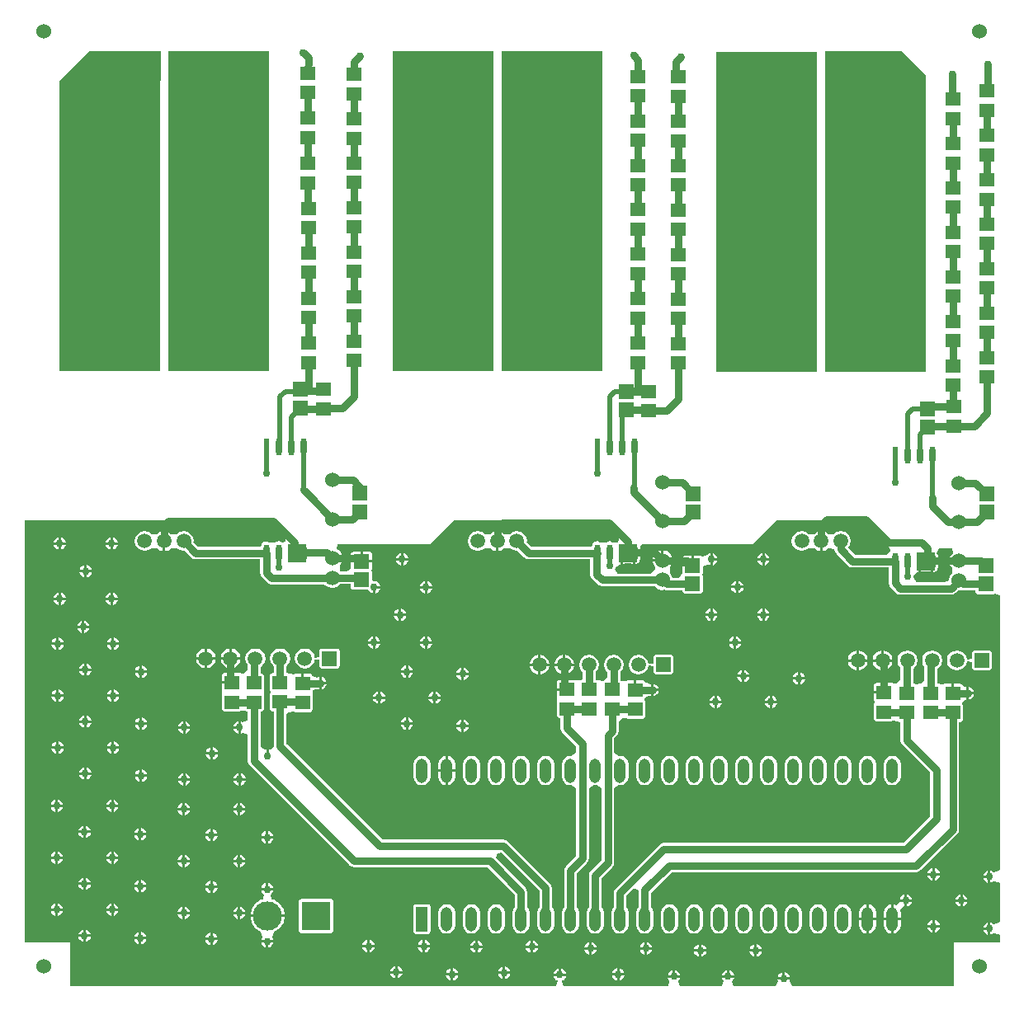
<source format=gbl>
G04 Layer_Physical_Order=2*
G04 Layer_Color=16711680*
%FSLAX25Y25*%
%MOIN*%
G70*
G01*
G75*
%ADD10R,0.05905X0.05512*%
%ADD12C,0.03000*%
%ADD14C,0.02000*%
%ADD15R,0.40846X1.29626*%
%ADD16R,0.40846X1.29626*%
%ADD17R,0.40846X1.29528*%
%ADD19R,0.40846X1.29724*%
%ADD21C,0.11811*%
%ADD22R,0.11811X0.11811*%
%ADD23R,0.05905X0.05905*%
%ADD24C,0.05905*%
%ADD25R,0.04724X0.09842*%
%ADD26O,0.04724X0.09842*%
%ADD27C,0.06000*%
%ADD28O,0.31496X0.23622*%
%ADD29C,0.31496*%
%ADD30C,0.10000*%
%ADD31C,0.03000*%
%ADD32C,0.03150*%
%ADD33C,0.02362*%
%ADD34R,0.06299X0.05905*%
%ADD35O,0.02362X0.07087*%
%ADD36R,0.02362X0.07087*%
%ADD37R,0.07700X0.07500*%
%ADD38R,0.40846X1.13173*%
%ADD39R,0.40846X1.17772*%
G36*
X375261Y175100D02*
X374716Y174736D01*
X373832Y173413D01*
X373621Y172352D01*
X377600D01*
Y171352D01*
X373621D01*
X373832Y170291D01*
X374716Y168968D01*
Y166862D01*
X373832Y165539D01*
X373522Y163978D01*
X371627Y163249D01*
X360608D01*
X360239Y163552D01*
X359199Y165249D01*
X359249Y165500D01*
X359169Y165904D01*
X360472Y167201D01*
X360474Y167202D01*
X360865Y167310D01*
X361200Y167171D01*
Y171687D01*
X362200D01*
Y167171D01*
X362940Y167477D01*
X363369Y167655D01*
X365031D01*
X365460Y167477D01*
X366200Y167171D01*
Y171687D01*
X366700D01*
Y172187D01*
X369061D01*
Y174049D01*
X368625Y175100D01*
X369601Y177100D01*
X374655Y177100D01*
X375261Y175100D01*
D02*
G37*
G36*
X349250Y177550D02*
X349725Y176436D01*
X349737Y176103D01*
X348138Y174236D01*
X335669D01*
X332753Y177152D01*
X333529Y178313D01*
X333836Y179855D01*
X333529Y181397D01*
X332655Y182705D01*
X331348Y183579D01*
X329805Y183885D01*
X328263Y183579D01*
X326956Y182705D01*
X324748Y182655D01*
X323440Y183528D01*
X322398Y183736D01*
Y179805D01*
Y175874D01*
X323440Y176082D01*
X324748Y176955D01*
X325325Y176968D01*
X327256Y176495D01*
X327451Y175519D01*
X328003Y174692D01*
X332811Y169884D01*
X333638Y169332D01*
X334613Y169138D01*
X349216D01*
Y162887D01*
X349410Y161911D01*
X349962Y161084D01*
X352149Y158898D01*
X352976Y158345D01*
X353951Y158151D01*
X374322D01*
X375297Y158345D01*
X376125Y158898D01*
X377205Y159978D01*
X377600Y159900D01*
X378387Y160056D01*
X379118Y159911D01*
X384168D01*
Y159507D01*
X384485Y158742D01*
X385250Y158425D01*
X391550D01*
X391996Y158610D01*
X393996Y157810D01*
X393996Y46940D01*
X393599Y46614D01*
X391602Y46002D01*
X390775Y46555D01*
X390300Y46650D01*
Y44200D01*
Y41750D01*
X390775Y41845D01*
X391602Y42398D01*
X393599Y41786D01*
X393996Y41460D01*
Y25940D01*
X393599Y25614D01*
X391602Y25002D01*
X390775Y25555D01*
X390300Y25649D01*
Y23200D01*
Y20751D01*
X390775Y20845D01*
X391602Y21398D01*
X393599Y20786D01*
X393996Y20460D01*
Y17600D01*
X375500Y17600D01*
Y-0D01*
X310036D01*
X309038Y2000D01*
X309055Y2025D01*
X309150Y2500D01*
X304251D01*
X304345Y2025D01*
X304362Y2000D01*
X303364Y-0D01*
X286463D01*
X285856Y2000D01*
X286002Y2098D01*
X286555Y2925D01*
X286649Y3400D01*
X281750D01*
X281845Y2925D01*
X282398Y2098D01*
X282544Y2000D01*
X281937Y-0D01*
X264813D01*
X264202Y1998D01*
X264755Y2825D01*
X264849Y3300D01*
X259950D01*
X260045Y2825D01*
X260598Y1998D01*
X259987Y-0D01*
X217877D01*
X217129Y2000D01*
X217276Y2145D01*
X217653Y2397D01*
X218102Y2698D01*
X218655Y3525D01*
X218749Y4000D01*
X213850D01*
X213945Y3525D01*
X214498Y2698D01*
X214948Y2397D01*
X215324Y2145D01*
X215471Y2000D01*
X214723Y-0D01*
X18400Y-0D01*
X18400Y17600D01*
X-0Y17600D01*
X-0Y188300D01*
X99400Y188300D01*
X105851Y181849D01*
X105466Y179749D01*
X104075Y179253D01*
X102700Y179823D01*
X101031Y179131D01*
X99369Y179131D01*
X97878Y179749D01*
X97700Y179823D01*
X96031Y179132D01*
X95417Y177649D01*
X70164D01*
X68312Y179500D01*
X68383Y179855D01*
X68076Y181397D01*
X67203Y182705D01*
X65895Y183579D01*
X64353Y183885D01*
X62810Y183579D01*
X61503Y182705D01*
X59295Y182655D01*
X57988Y183529D01*
X56945Y183736D01*
Y179805D01*
Y175874D01*
X57988Y176082D01*
X59295Y176955D01*
X61503Y177005D01*
X62810Y176132D01*
X64353Y175825D01*
X64708Y175896D01*
X67305Y173298D01*
X68133Y172745D01*
X69108Y172551D01*
X95151D01*
Y167100D01*
X95345Y166124D01*
X95898Y165298D01*
X98084Y163111D01*
X98911Y162558D01*
X99887Y162364D01*
X121305D01*
X121498Y162075D01*
X122325Y161523D01*
X122746Y161439D01*
X122939Y161310D01*
X124500Y161000D01*
X126061Y161310D01*
X127384Y162194D01*
X127608Y162529D01*
X131968D01*
Y161207D01*
X132285Y160442D01*
X133050Y160125D01*
X138912D01*
X139398Y159398D01*
X140225Y158845D01*
X140700Y158750D01*
Y161200D01*
X141200D01*
Y161700D01*
X143649D01*
X143555Y162176D01*
X143002Y163002D01*
X142175Y163555D01*
X141200Y163749D01*
X140432Y164379D01*
Y167113D01*
X140115Y167878D01*
X140115Y167922D01*
X140432Y168687D01*
Y171140D01*
X136200D01*
X131968D01*
Y168687D01*
X130243Y167627D01*
X127608D01*
X127522Y167755D01*
X127384Y168206D01*
Y170068D01*
X128268Y171391D01*
X128479Y172452D01*
X124500D01*
Y173452D01*
X128479D01*
X128268Y174513D01*
X127384Y175836D01*
X126061Y176720D01*
X126358Y178700D01*
X163800D01*
X173400Y188300D01*
X233700Y188300D01*
X240414Y181586D01*
X239944Y179227D01*
X239681Y179118D01*
X238020D01*
X237590Y179296D01*
X236350Y179810D01*
X235111Y179296D01*
X234681Y179118D01*
X233020D01*
X232590Y179296D01*
X231350Y179810D01*
X229681Y179118D01*
X229067Y177636D01*
X204779D01*
X202915Y179500D01*
X202985Y179855D01*
X202678Y181397D01*
X201805Y182705D01*
X200497Y183579D01*
X198955Y183885D01*
X197413Y183579D01*
X196105Y182705D01*
X193897Y182655D01*
X192590Y183528D01*
X191548Y183736D01*
Y179805D01*
Y175874D01*
X192590Y176082D01*
X193897Y176955D01*
X196105Y177005D01*
X197413Y176132D01*
X198955Y175825D01*
X199310Y175896D01*
X201921Y173284D01*
X202748Y172732D01*
X203724Y172538D01*
X228616D01*
Y166365D01*
X228810Y165389D01*
X229362Y164562D01*
X231549Y162375D01*
X232376Y161823D01*
X233351Y161629D01*
X254692D01*
X254916Y161294D01*
X256239Y160410D01*
X257800Y160100D01*
X258394Y160218D01*
X258503Y160145D01*
X259478Y159951D01*
X265668D01*
Y159547D01*
X265985Y158782D01*
X266750Y158465D01*
X273050D01*
X273815Y158782D01*
X274132Y159547D01*
Y165453D01*
X273815Y166218D01*
X273815Y166262D01*
X274132Y167028D01*
Y169521D01*
X274609Y169880D01*
X276132Y170407D01*
X276524Y170145D01*
X277000Y170051D01*
Y172500D01*
Y174950D01*
X276524Y174855D01*
X275698Y174302D01*
X273992Y173755D01*
X273233Y173940D01*
X273050Y174015D01*
X270400D01*
Y169980D01*
X269900D01*
Y169480D01*
X265668D01*
Y167028D01*
X264585Y165049D01*
X261705D01*
X261568Y165739D01*
X260684Y167062D01*
Y169168D01*
X261568Y170491D01*
X261779Y171552D01*
X257800D01*
X253821D01*
X254032Y170491D01*
X254916Y169168D01*
Y168634D01*
X253156Y166727D01*
X239509D01*
X239451Y166788D01*
X238623Y168727D01*
X238755Y168924D01*
X238828Y169295D01*
X240339Y170388D01*
X240850Y170567D01*
Y175087D01*
X241850D01*
Y170571D01*
X243020Y171055D01*
X244681Y171055D01*
X245850Y170571D01*
Y175087D01*
X246350D01*
Y175587D01*
X248711D01*
Y177449D01*
X249414Y178500D01*
X294300Y178500D01*
X304100Y188300D01*
X338500D01*
X349250Y177550D01*
D02*
G37*
G36*
X364311Y368189D02*
Y361500D01*
X323465D01*
X323500Y361535D01*
Y378000D01*
X354500D01*
X364311Y368189D01*
D02*
G37*
G36*
X55000Y366138D02*
X54862Y366000D01*
X14016D01*
X26016Y378000D01*
X55000D01*
Y366138D01*
D02*
G37*
%LPC*%
G36*
X369061Y171187D02*
X367200D01*
Y167171D01*
X368369Y167655D01*
X369061Y169324D01*
Y171187D01*
D02*
G37*
G36*
X366800Y47550D02*
X366324Y47455D01*
X365498Y46902D01*
X364945Y46075D01*
X364850Y45600D01*
X366800D01*
Y47550D01*
D02*
G37*
G36*
X63900Y50000D02*
X61950D01*
X62045Y49525D01*
X62598Y48698D01*
X63424Y48145D01*
X63900Y48050D01*
Y50000D01*
D02*
G37*
G36*
X367800Y47550D02*
Y45600D01*
X369749D01*
X369655Y46075D01*
X369102Y46902D01*
X368275Y47455D01*
X367800Y47550D01*
D02*
G37*
G36*
X89249Y50000D02*
X87300D01*
Y48050D01*
X87775Y48145D01*
X88602Y48698D01*
X89155Y49525D01*
X89249Y50000D01*
D02*
G37*
G36*
X86300D02*
X84351D01*
X84445Y49525D01*
X84998Y48698D01*
X85825Y48145D01*
X86300Y48050D01*
Y50000D01*
D02*
G37*
G36*
X66849D02*
X64900D01*
Y48050D01*
X65376Y48145D01*
X66202Y48698D01*
X66755Y49525D01*
X66849Y50000D01*
D02*
G37*
G36*
X24800Y43749D02*
Y41800D01*
X26750D01*
X26655Y42276D01*
X26102Y43102D01*
X25275Y43655D01*
X24800Y43749D01*
D02*
G37*
G36*
X23800D02*
X23325Y43655D01*
X22498Y43102D01*
X21945Y42276D01*
X21850Y41800D01*
X23800D01*
Y43749D01*
D02*
G37*
G36*
X389300Y43700D02*
X387351D01*
X387445Y43224D01*
X387998Y42398D01*
X388825Y41845D01*
X389300Y41750D01*
Y43700D01*
D02*
G37*
G36*
Y46650D02*
X388825Y46555D01*
X387998Y46002D01*
X387445Y45175D01*
X387351Y44700D01*
X389300D01*
Y46650D01*
D02*
G37*
G36*
X369749Y44600D02*
X367800D01*
Y42650D01*
X368275Y42745D01*
X369102Y43298D01*
X369655Y44124D01*
X369749Y44600D01*
D02*
G37*
G36*
X366800D02*
X364850D01*
X364945Y44124D01*
X365498Y43298D01*
X366324Y42745D01*
X366800Y42650D01*
Y44600D01*
D02*
G37*
G36*
X12600Y51300D02*
X10650D01*
X10745Y50824D01*
X11298Y49998D01*
X12125Y49445D01*
X12600Y49351D01*
Y51300D01*
D02*
G37*
G36*
X35000Y54250D02*
X34525Y54155D01*
X33698Y53602D01*
X33145Y52776D01*
X33051Y52300D01*
X35000D01*
Y54250D01*
D02*
G37*
G36*
X13600D02*
Y52300D01*
X15550D01*
X15455Y52776D01*
X14902Y53602D01*
X14075Y54155D01*
X13600Y54250D01*
D02*
G37*
G36*
X12600D02*
X12125Y54155D01*
X11298Y53602D01*
X10745Y52776D01*
X10650Y52300D01*
X12600D01*
Y54250D01*
D02*
G37*
G36*
X100549Y59600D02*
X98600D01*
Y57651D01*
X99076Y57745D01*
X99902Y58298D01*
X100455Y59124D01*
X100549Y59600D01*
D02*
G37*
G36*
X97600D02*
X95651D01*
X95745Y59124D01*
X96298Y58298D01*
X97124Y57745D01*
X97600Y57651D01*
Y59600D01*
D02*
G37*
G36*
X36000Y54250D02*
Y52300D01*
X37949D01*
X37855Y52776D01*
X37302Y53602D01*
X36476Y54155D01*
X36000Y54250D01*
D02*
G37*
G36*
X87300Y52950D02*
Y51000D01*
X89249D01*
X89155Y51476D01*
X88602Y52302D01*
X87775Y52855D01*
X87300Y52950D01*
D02*
G37*
G36*
X37949Y51300D02*
X36000D01*
Y49351D01*
X36476Y49445D01*
X37302Y49998D01*
X37855Y50824D01*
X37949Y51300D01*
D02*
G37*
G36*
X35000D02*
X33051D01*
X33145Y50824D01*
X33698Y49998D01*
X34525Y49445D01*
X35000Y49351D01*
Y51300D01*
D02*
G37*
G36*
X15550D02*
X13600D01*
Y49351D01*
X14075Y49445D01*
X14902Y49998D01*
X15455Y50824D01*
X15550Y51300D01*
D02*
G37*
G36*
X86300Y52950D02*
X85825Y52855D01*
X84998Y52302D01*
X84445Y51476D01*
X84351Y51000D01*
X86300D01*
Y52950D01*
D02*
G37*
G36*
X64900D02*
Y51000D01*
X66849D01*
X66755Y51476D01*
X66202Y52302D01*
X65376Y52855D01*
X64900Y52950D01*
D02*
G37*
G36*
X63900D02*
X63424Y52855D01*
X62598Y52302D01*
X62045Y51476D01*
X61950Y51000D01*
X63900D01*
Y52950D01*
D02*
G37*
G36*
X380949Y34100D02*
X379000D01*
Y32151D01*
X379475Y32245D01*
X380302Y32798D01*
X380855Y33625D01*
X380949Y34100D01*
D02*
G37*
G36*
X378000D02*
X376050D01*
X376145Y33625D01*
X376698Y32798D01*
X377524Y32245D01*
X378000Y32151D01*
Y34100D01*
D02*
G37*
G36*
X358549D02*
X356600D01*
Y32151D01*
X357076Y32245D01*
X357902Y32798D01*
X358455Y33625D01*
X358549Y34100D01*
D02*
G37*
G36*
X356600Y37049D02*
Y35100D01*
X358549D01*
X358455Y35576D01*
X357902Y36402D01*
X357076Y36955D01*
X356600Y37049D01*
D02*
G37*
G36*
X355600D02*
X355124Y36955D01*
X354298Y36402D01*
X353745Y35576D01*
X353650Y35100D01*
X355600D01*
Y37049D01*
D02*
G37*
G36*
Y34100D02*
X353650D01*
X353657Y34065D01*
X352543Y33004D01*
X352036Y32743D01*
X351912Y32826D01*
X351100Y32988D01*
Y27600D01*
X354028D01*
Y29659D01*
X353819Y30712D01*
X354569Y31593D01*
X355351Y32200D01*
X355600Y32151D01*
Y34100D01*
D02*
G37*
G36*
X36000Y33250D02*
Y31300D01*
X37949D01*
X37855Y31776D01*
X37302Y32602D01*
X36476Y33155D01*
X36000Y33250D01*
D02*
G37*
G36*
X87300Y31949D02*
Y30000D01*
X89249D01*
X89155Y30476D01*
X88602Y31302D01*
X87775Y31855D01*
X87300Y31949D01*
D02*
G37*
G36*
X86300D02*
X85825Y31855D01*
X84998Y31302D01*
X84445Y30476D01*
X84351Y30000D01*
X86300D01*
Y31949D01*
D02*
G37*
G36*
X64900D02*
Y30000D01*
X66849D01*
X66755Y30476D01*
X66202Y31302D01*
X65376Y31855D01*
X64900Y31949D01*
D02*
G37*
G36*
X35000Y33250D02*
X34525Y33155D01*
X33698Y32602D01*
X33145Y31776D01*
X33051Y31300D01*
X35000D01*
Y33250D01*
D02*
G37*
G36*
X13600D02*
Y31300D01*
X15550D01*
X15455Y31776D01*
X14902Y32602D01*
X14075Y33155D01*
X13600Y33250D01*
D02*
G37*
G36*
X12600D02*
X12125Y33155D01*
X11298Y32602D01*
X10745Y31776D01*
X10650Y31300D01*
X12600D01*
Y33250D01*
D02*
G37*
G36*
X378000Y37049D02*
X377524Y36955D01*
X376698Y36402D01*
X376145Y35576D01*
X376050Y35100D01*
X378000D01*
Y37049D01*
D02*
G37*
G36*
X75100Y42450D02*
X74625Y42355D01*
X73798Y41802D01*
X73245Y40975D01*
X73150Y40500D01*
X75100D01*
Y42450D01*
D02*
G37*
G36*
X98600Y41550D02*
Y39600D01*
X100549D01*
X100455Y40075D01*
X99902Y40902D01*
X99076Y41455D01*
X98600Y41550D01*
D02*
G37*
G36*
X97600D02*
X97124Y41455D01*
X96298Y40902D01*
X95745Y40075D01*
X95651Y39600D01*
X97600D01*
Y41550D01*
D02*
G37*
G36*
X47300Y42849D02*
Y40900D01*
X49250D01*
X49155Y41375D01*
X48602Y42202D01*
X47776Y42755D01*
X47300Y42849D01*
D02*
G37*
G36*
X46300D02*
X45825Y42755D01*
X44998Y42202D01*
X44445Y41375D01*
X44350Y40900D01*
X46300D01*
Y42849D01*
D02*
G37*
G36*
X76100Y42450D02*
Y40500D01*
X78049D01*
X77955Y40975D01*
X77402Y41802D01*
X76575Y42355D01*
X76100Y42450D01*
D02*
G37*
G36*
X26750Y40800D02*
X24800D01*
Y38851D01*
X25275Y38945D01*
X26102Y39498D01*
X26655Y40325D01*
X26750Y40800D01*
D02*
G37*
G36*
X78049Y39500D02*
X76100D01*
Y37551D01*
X76575Y37645D01*
X77402Y38198D01*
X77955Y39024D01*
X78049Y39500D01*
D02*
G37*
G36*
X75100D02*
X73150D01*
X73245Y39024D01*
X73798Y38198D01*
X74625Y37645D01*
X75100Y37551D01*
Y39500D01*
D02*
G37*
G36*
X379000Y37049D02*
Y35100D01*
X380949D01*
X380855Y35576D01*
X380302Y36402D01*
X379475Y36955D01*
X379000Y37049D01*
D02*
G37*
G36*
X23800Y40800D02*
X21850D01*
X21945Y40325D01*
X22498Y39498D01*
X23325Y38945D01*
X23800Y38851D01*
Y40800D01*
D02*
G37*
G36*
X49250Y39900D02*
X47300D01*
Y37951D01*
X47776Y38045D01*
X48602Y38598D01*
X49155Y39424D01*
X49250Y39900D01*
D02*
G37*
G36*
X46300D02*
X44350D01*
X44445Y39424D01*
X44998Y38598D01*
X45825Y38045D01*
X46300Y37951D01*
Y39900D01*
D02*
G37*
G36*
X75100Y60500D02*
X73150D01*
X73245Y60024D01*
X73798Y59198D01*
X74625Y58645D01*
X75100Y58551D01*
Y60500D01*
D02*
G37*
G36*
X200600Y93087D02*
X199288Y92826D01*
X198176Y92083D01*
X197433Y90971D01*
X197172Y89659D01*
Y84541D01*
X197433Y83229D01*
X198176Y82117D01*
X199288Y81374D01*
X200600Y81113D01*
X201912Y81374D01*
X203024Y82117D01*
X203767Y83229D01*
X204028Y84541D01*
Y89659D01*
X203767Y90971D01*
X203024Y92083D01*
X201912Y92826D01*
X200600Y93087D01*
D02*
G37*
G36*
X190600D02*
X189288Y92826D01*
X188176Y92083D01*
X187433Y90971D01*
X187172Y89659D01*
Y84541D01*
X187433Y83229D01*
X188176Y82117D01*
X189288Y81374D01*
X190600Y81113D01*
X191912Y81374D01*
X193024Y82117D01*
X193767Y83229D01*
X194028Y84541D01*
Y89659D01*
X193767Y90971D01*
X193024Y92083D01*
X191912Y92826D01*
X190600Y93087D01*
D02*
G37*
G36*
X180600D02*
X179288Y92826D01*
X178176Y92083D01*
X177433Y90971D01*
X177172Y89659D01*
Y84541D01*
X177433Y83229D01*
X178176Y82117D01*
X179288Y81374D01*
X180600Y81113D01*
X181912Y81374D01*
X183024Y82117D01*
X183767Y83229D01*
X184028Y84541D01*
Y89659D01*
X183767Y90971D01*
X183024Y92083D01*
X181912Y92826D01*
X180600Y93087D01*
D02*
G37*
G36*
X260600D02*
X259288Y92826D01*
X258176Y92083D01*
X257433Y90971D01*
X257172Y89659D01*
Y84541D01*
X257433Y83229D01*
X258176Y82117D01*
X259288Y81374D01*
X260600Y81113D01*
X261912Y81374D01*
X263024Y82117D01*
X263767Y83229D01*
X264028Y84541D01*
Y89659D01*
X263767Y90971D01*
X263024Y92083D01*
X261912Y92826D01*
X260600Y93087D01*
D02*
G37*
G36*
X250600D02*
X249288Y92826D01*
X248176Y92083D01*
X247433Y90971D01*
X247172Y89659D01*
Y84541D01*
X247433Y83229D01*
X248176Y82117D01*
X249288Y81374D01*
X250600Y81113D01*
X251912Y81374D01*
X253024Y82117D01*
X253767Y83229D01*
X254028Y84541D01*
Y89659D01*
X253767Y90971D01*
X253024Y92083D01*
X251912Y92826D01*
X250600Y93087D01*
D02*
G37*
G36*
X210600D02*
X209288Y92826D01*
X208176Y92083D01*
X207433Y90971D01*
X207172Y89659D01*
Y84541D01*
X207433Y83229D01*
X208176Y82117D01*
X209288Y81374D01*
X210600Y81113D01*
X211912Y81374D01*
X213024Y82117D01*
X213767Y83229D01*
X214028Y84541D01*
Y89659D01*
X213767Y90971D01*
X213024Y92083D01*
X211912Y92826D01*
X210600Y93087D01*
D02*
G37*
G36*
X160600D02*
X159288Y92826D01*
X158176Y92083D01*
X157433Y90971D01*
X157172Y89659D01*
Y84541D01*
X157433Y83229D01*
X158176Y82117D01*
X159288Y81374D01*
X160600Y81113D01*
X161912Y81374D01*
X163024Y82117D01*
X163767Y83229D01*
X164028Y84541D01*
Y89659D01*
X163767Y90971D01*
X163024Y92083D01*
X161912Y92826D01*
X160600Y93087D01*
D02*
G37*
G36*
X64000Y83000D02*
X62050D01*
X62145Y82525D01*
X62698Y81698D01*
X63525Y81145D01*
X64000Y81050D01*
Y83000D01*
D02*
G37*
G36*
X36000Y75249D02*
Y73300D01*
X37949D01*
X37855Y73776D01*
X37302Y74602D01*
X36476Y75155D01*
X36000Y75249D01*
D02*
G37*
G36*
X35000D02*
X34525Y75155D01*
X33698Y74602D01*
X33145Y73776D01*
X33051Y73300D01*
X35000D01*
Y75249D01*
D02*
G37*
G36*
X89350Y83000D02*
X87400D01*
Y81050D01*
X87875Y81145D01*
X88702Y81698D01*
X89255Y82525D01*
X89350Y83000D01*
D02*
G37*
G36*
X86400D02*
X84451D01*
X84545Y82525D01*
X85098Y81698D01*
X85925Y81145D01*
X86400Y81050D01*
Y83000D01*
D02*
G37*
G36*
X66949D02*
X65000D01*
Y81050D01*
X65475Y81145D01*
X66302Y81698D01*
X66855Y82525D01*
X66949Y83000D01*
D02*
G37*
G36*
X170100Y86600D02*
X167172D01*
Y84541D01*
X167433Y83229D01*
X168176Y82117D01*
X169288Y81374D01*
X170100Y81212D01*
Y86600D01*
D02*
G37*
G36*
X350600Y93087D02*
X349288Y92826D01*
X348176Y92083D01*
X347433Y90971D01*
X347172Y89659D01*
Y84541D01*
X347433Y83229D01*
X348176Y82117D01*
X349288Y81374D01*
X350600Y81113D01*
X351912Y81374D01*
X353024Y82117D01*
X353767Y83229D01*
X354028Y84541D01*
Y89659D01*
X353767Y90971D01*
X353024Y92083D01*
X351912Y92826D01*
X350600Y93087D01*
D02*
G37*
G36*
X340600D02*
X339288Y92826D01*
X338176Y92083D01*
X337433Y90971D01*
X337172Y89659D01*
Y84541D01*
X337433Y83229D01*
X338176Y82117D01*
X339288Y81374D01*
X340600Y81113D01*
X341912Y81374D01*
X343024Y82117D01*
X343767Y83229D01*
X344028Y84541D01*
Y89659D01*
X343767Y90971D01*
X343024Y92083D01*
X341912Y92826D01*
X340600Y93087D01*
D02*
G37*
G36*
X49549Y84500D02*
X47600D01*
Y82551D01*
X48076Y82645D01*
X48902Y83198D01*
X49455Y84025D01*
X49549Y84500D01*
D02*
G37*
G36*
X46600D02*
X44651D01*
X44745Y84025D01*
X45298Y83198D01*
X46125Y82645D01*
X46600Y82551D01*
Y84500D01*
D02*
G37*
G36*
X174028Y86600D02*
X171100D01*
Y81212D01*
X171912Y81374D01*
X173024Y82117D01*
X173767Y83229D01*
X174028Y84541D01*
Y86600D01*
D02*
G37*
G36*
X330600Y93087D02*
X329288Y92826D01*
X328176Y92083D01*
X327433Y90971D01*
X327172Y89659D01*
Y84541D01*
X327433Y83229D01*
X328176Y82117D01*
X329288Y81374D01*
X330600Y81113D01*
X331912Y81374D01*
X333024Y82117D01*
X333767Y83229D01*
X334028Y84541D01*
Y89659D01*
X333767Y90971D01*
X333024Y92083D01*
X331912Y92826D01*
X330600Y93087D01*
D02*
G37*
G36*
X290600D02*
X289288Y92826D01*
X288176Y92083D01*
X287433Y90971D01*
X287172Y89659D01*
Y84541D01*
X287433Y83229D01*
X288176Y82117D01*
X289288Y81374D01*
X290600Y81113D01*
X291912Y81374D01*
X293024Y82117D01*
X293767Y83229D01*
X294028Y84541D01*
Y89659D01*
X293767Y90971D01*
X293024Y92083D01*
X291912Y92826D01*
X290600Y93087D01*
D02*
G37*
G36*
X280600D02*
X279288Y92826D01*
X278176Y92083D01*
X277433Y90971D01*
X277172Y89659D01*
Y84541D01*
X277433Y83229D01*
X278176Y82117D01*
X279288Y81374D01*
X280600Y81113D01*
X281912Y81374D01*
X283024Y82117D01*
X283767Y83229D01*
X284028Y84541D01*
Y89659D01*
X283767Y90971D01*
X283024Y92083D01*
X281912Y92826D01*
X280600Y93087D01*
D02*
G37*
G36*
X270600D02*
X269288Y92826D01*
X268176Y92083D01*
X267433Y90971D01*
X267172Y89659D01*
Y84541D01*
X267433Y83229D01*
X268176Y82117D01*
X269288Y81374D01*
X270600Y81113D01*
X271912Y81374D01*
X273024Y82117D01*
X273767Y83229D01*
X274028Y84541D01*
Y89659D01*
X273767Y90971D01*
X273024Y92083D01*
X271912Y92826D01*
X270600Y93087D01*
D02*
G37*
G36*
X320600D02*
X319288Y92826D01*
X318176Y92083D01*
X317433Y90971D01*
X317172Y89659D01*
Y84541D01*
X317433Y83229D01*
X318176Y82117D01*
X319288Y81374D01*
X320600Y81113D01*
X321912Y81374D01*
X323024Y82117D01*
X323767Y83229D01*
X324028Y84541D01*
Y89659D01*
X323767Y90971D01*
X323024Y92083D01*
X321912Y92826D01*
X320600Y93087D01*
D02*
G37*
G36*
X310600D02*
X309288Y92826D01*
X308176Y92083D01*
X307433Y90971D01*
X307172Y89659D01*
Y84541D01*
X307433Y83229D01*
X308176Y82117D01*
X309288Y81374D01*
X310600Y81113D01*
X311912Y81374D01*
X313024Y82117D01*
X313767Y83229D01*
X314028Y84541D01*
Y89659D01*
X313767Y90971D01*
X313024Y92083D01*
X311912Y92826D01*
X310600Y93087D01*
D02*
G37*
G36*
X300600D02*
X299288Y92826D01*
X298176Y92083D01*
X297433Y90971D01*
X297172Y89659D01*
Y84541D01*
X297433Y83229D01*
X298176Y82117D01*
X299288Y81374D01*
X300600Y81113D01*
X301912Y81374D01*
X303024Y82117D01*
X303767Y83229D01*
X304028Y84541D01*
Y89659D01*
X303767Y90971D01*
X303024Y92083D01*
X301912Y92826D01*
X300600Y93087D01*
D02*
G37*
G36*
X13600Y75249D02*
Y73300D01*
X15550D01*
X15455Y73776D01*
X14902Y74602D01*
X14075Y75155D01*
X13600Y75249D01*
D02*
G37*
G36*
X46300Y63850D02*
X45825Y63755D01*
X44998Y63202D01*
X44445Y62375D01*
X44350Y61900D01*
X46300D01*
Y63850D01*
D02*
G37*
G36*
X76100Y63450D02*
Y61500D01*
X78049D01*
X77955Y61976D01*
X77402Y62802D01*
X76575Y63355D01*
X76100Y63450D01*
D02*
G37*
G36*
X75100D02*
X74625Y63355D01*
X73798Y62802D01*
X73245Y61976D01*
X73150Y61500D01*
X75100D01*
Y63450D01*
D02*
G37*
G36*
X24800Y64749D02*
Y62800D01*
X26750D01*
X26655Y63275D01*
X26102Y64102D01*
X25275Y64655D01*
X24800Y64749D01*
D02*
G37*
G36*
X23800D02*
X23325Y64655D01*
X22498Y64102D01*
X21945Y63275D01*
X21850Y62800D01*
X23800D01*
Y64749D01*
D02*
G37*
G36*
X47300Y63850D02*
Y61900D01*
X49250D01*
X49155Y62375D01*
X48602Y63202D01*
X47776Y63755D01*
X47300Y63850D01*
D02*
G37*
G36*
X98600Y62550D02*
Y60600D01*
X100549D01*
X100455Y61076D01*
X99902Y61902D01*
X99076Y62455D01*
X98600Y62550D01*
D02*
G37*
G36*
X49250Y60900D02*
X47300D01*
Y58951D01*
X47776Y59045D01*
X48602Y59598D01*
X49155Y60425D01*
X49250Y60900D01*
D02*
G37*
G36*
X46300D02*
X44350D01*
X44445Y60425D01*
X44998Y59598D01*
X45825Y59045D01*
X46300Y58951D01*
Y60900D01*
D02*
G37*
G36*
X78049Y60500D02*
X76100D01*
Y58551D01*
X76575Y58645D01*
X77402Y59198D01*
X77955Y60024D01*
X78049Y60500D01*
D02*
G37*
G36*
X97600Y62550D02*
X97124Y62455D01*
X96298Y61902D01*
X95745Y61076D01*
X95651Y60600D01*
X97600D01*
Y62550D01*
D02*
G37*
G36*
X26750Y61800D02*
X24800D01*
Y59851D01*
X25275Y59945D01*
X26102Y60498D01*
X26655Y61325D01*
X26750Y61800D01*
D02*
G37*
G36*
X23800D02*
X21850D01*
X21945Y61325D01*
X22498Y60498D01*
X23325Y59945D01*
X23800Y59851D01*
Y61800D01*
D02*
G37*
G36*
X64900Y73949D02*
Y72000D01*
X66849D01*
X66755Y72475D01*
X66202Y73302D01*
X65376Y73855D01*
X64900Y73949D01*
D02*
G37*
G36*
X63900D02*
X63424Y73855D01*
X62598Y73302D01*
X62045Y72475D01*
X61950Y72000D01*
X63900D01*
Y73949D01*
D02*
G37*
G36*
X37949Y72300D02*
X36000D01*
Y70350D01*
X36476Y70445D01*
X37302Y70998D01*
X37855Y71825D01*
X37949Y72300D01*
D02*
G37*
G36*
X12600Y75249D02*
X12125Y75155D01*
X11298Y74602D01*
X10745Y73776D01*
X10650Y73300D01*
X12600D01*
Y75249D01*
D02*
G37*
G36*
X87300Y73949D02*
Y72000D01*
X89249D01*
X89155Y72475D01*
X88602Y73302D01*
X87775Y73855D01*
X87300Y73949D01*
D02*
G37*
G36*
X86300D02*
X85825Y73855D01*
X84998Y73302D01*
X84445Y72475D01*
X84351Y72000D01*
X86300D01*
Y73949D01*
D02*
G37*
G36*
X35000Y72300D02*
X33051D01*
X33145Y71825D01*
X33698Y70998D01*
X34525Y70445D01*
X35000Y70350D01*
Y72300D01*
D02*
G37*
G36*
X86300Y71000D02*
X84351D01*
X84445Y70525D01*
X84998Y69698D01*
X85825Y69145D01*
X86300Y69051D01*
Y71000D01*
D02*
G37*
G36*
X66849D02*
X64900D01*
Y69051D01*
X65376Y69145D01*
X66202Y69698D01*
X66755Y70525D01*
X66849Y71000D01*
D02*
G37*
G36*
X63900D02*
X61950D01*
X62045Y70525D01*
X62598Y69698D01*
X63424Y69145D01*
X63900Y69051D01*
Y71000D01*
D02*
G37*
G36*
X15550Y72300D02*
X13600D01*
Y70350D01*
X14075Y70445D01*
X14902Y70998D01*
X15455Y71825D01*
X15550Y72300D01*
D02*
G37*
G36*
X12600D02*
X10650D01*
X10745Y71825D01*
X11298Y70998D01*
X12125Y70445D01*
X12600Y70350D01*
Y72300D01*
D02*
G37*
G36*
X89249Y71000D02*
X87300D01*
Y69051D01*
X87775Y69145D01*
X88602Y69698D01*
X89155Y70525D01*
X89249Y71000D01*
D02*
G37*
G36*
X138500Y15600D02*
X136550D01*
X136645Y15124D01*
X137198Y14298D01*
X138024Y13745D01*
X138500Y13650D01*
Y15600D01*
D02*
G37*
G36*
X207450Y15400D02*
X205500D01*
Y13451D01*
X205976Y13545D01*
X206802Y14098D01*
X207355Y14924D01*
X207450Y15400D01*
D02*
G37*
G36*
X204500D02*
X202551D01*
X202645Y14924D01*
X203198Y14098D01*
X204025Y13545D01*
X204500Y13451D01*
Y15400D01*
D02*
G37*
G36*
X163849Y15600D02*
X161900D01*
Y13650D01*
X162375Y13745D01*
X163202Y14298D01*
X163755Y15124D01*
X163849Y15600D01*
D02*
G37*
G36*
X160900D02*
X158950D01*
X159045Y15124D01*
X159598Y14298D01*
X160424Y13745D01*
X160900Y13650D01*
Y15600D01*
D02*
G37*
G36*
X141449D02*
X139500D01*
Y13650D01*
X139976Y13745D01*
X140802Y14298D01*
X141355Y15124D01*
X141449Y15600D01*
D02*
G37*
G36*
X185049Y15400D02*
X183100D01*
Y13451D01*
X183575Y13545D01*
X184402Y14098D01*
X184955Y14924D01*
X185049Y15400D01*
D02*
G37*
G36*
X231150Y14700D02*
X229200D01*
Y12751D01*
X229676Y12845D01*
X230502Y13398D01*
X231055Y14224D01*
X231150Y14700D01*
D02*
G37*
G36*
X228200D02*
X226251D01*
X226345Y14224D01*
X226898Y13398D01*
X227725Y12845D01*
X228200Y12751D01*
Y14700D01*
D02*
G37*
G36*
X297849Y13900D02*
X295900D01*
Y11951D01*
X296375Y12045D01*
X297202Y12598D01*
X297755Y13424D01*
X297849Y13900D01*
D02*
G37*
G36*
X182100Y15400D02*
X180150D01*
X180245Y14924D01*
X180798Y14098D01*
X181624Y13545D01*
X182100Y13451D01*
Y15400D01*
D02*
G37*
G36*
X253550Y14700D02*
X251600D01*
Y12751D01*
X252076Y12845D01*
X252902Y13398D01*
X253455Y14224D01*
X253550Y14700D01*
D02*
G37*
G36*
X250600D02*
X248651D01*
X248745Y14224D01*
X249298Y13398D01*
X250125Y12845D01*
X250600Y12751D01*
Y14700D01*
D02*
G37*
G36*
X251600Y17650D02*
Y15700D01*
X253550D01*
X253455Y16175D01*
X252902Y17002D01*
X252076Y17555D01*
X251600Y17650D01*
D02*
G37*
G36*
X250600D02*
X250125Y17555D01*
X249298Y17002D01*
X248745Y16175D01*
X248651Y15700D01*
X250600D01*
Y17650D01*
D02*
G37*
G36*
X229200D02*
Y15700D01*
X231150D01*
X231055Y16175D01*
X230502Y17002D01*
X229676Y17555D01*
X229200Y17650D01*
D02*
G37*
G36*
X204500Y18350D02*
X204025Y18255D01*
X203198Y17702D01*
X202645Y16875D01*
X202551Y16400D01*
X204500D01*
Y18350D01*
D02*
G37*
G36*
X183100D02*
Y16400D01*
X185049D01*
X184955Y16875D01*
X184402Y17702D01*
X183575Y18255D01*
X183100Y18350D01*
D02*
G37*
G36*
X182100D02*
X181624Y18255D01*
X180798Y17702D01*
X180245Y16875D01*
X180150Y16400D01*
X182100D01*
Y18350D01*
D02*
G37*
G36*
X228200Y17650D02*
X227725Y17555D01*
X226898Y17002D01*
X226345Y16175D01*
X226251Y15700D01*
X228200D01*
Y17650D01*
D02*
G37*
G36*
X294900Y16849D02*
X294425Y16755D01*
X293598Y16202D01*
X293045Y15375D01*
X292951Y14900D01*
X294900D01*
Y16849D01*
D02*
G37*
G36*
X273500D02*
Y14900D01*
X275449D01*
X275355Y15375D01*
X274802Y16202D01*
X273975Y16755D01*
X273500Y16849D01*
D02*
G37*
G36*
X272500D02*
X272024Y16755D01*
X271198Y16202D01*
X270645Y15375D01*
X270550Y14900D01*
X272500D01*
Y16849D01*
D02*
G37*
G36*
X100549Y17600D02*
X98600D01*
Y15651D01*
X99076Y15745D01*
X99902Y16298D01*
X100455Y17124D01*
X100549Y17600D01*
D02*
G37*
G36*
X97600D02*
X95651D01*
X95745Y17124D01*
X96298Y16298D01*
X97124Y15745D01*
X97600Y15651D01*
Y17600D01*
D02*
G37*
G36*
X295900Y16849D02*
Y14900D01*
X297849D01*
X297755Y15375D01*
X297202Y16202D01*
X296375Y16755D01*
X295900Y16849D01*
D02*
G37*
G36*
X294900Y13900D02*
X292951D01*
X293045Y13424D01*
X293598Y12598D01*
X294425Y12045D01*
X294900Y11951D01*
Y13900D01*
D02*
G37*
G36*
X307200Y5449D02*
Y3500D01*
X309150D01*
X309055Y3976D01*
X308502Y4802D01*
X307676Y5355D01*
X307200Y5449D01*
D02*
G37*
G36*
X306200D02*
X305725Y5355D01*
X304898Y4802D01*
X304345Y3976D01*
X304251Y3500D01*
X306200D01*
Y5449D01*
D02*
G37*
G36*
X152649Y5100D02*
X150700D01*
Y3150D01*
X151175Y3245D01*
X152002Y3798D01*
X152555Y4625D01*
X152649Y5100D01*
D02*
G37*
G36*
X283700Y6350D02*
X283225Y6255D01*
X282398Y5702D01*
X281845Y4876D01*
X281750Y4400D01*
X283700D01*
Y6350D01*
D02*
G37*
G36*
X262900Y6250D02*
Y4300D01*
X264849D01*
X264755Y4775D01*
X264202Y5602D01*
X263375Y6155D01*
X262900Y6250D01*
D02*
G37*
G36*
X261900D02*
X261424Y6155D01*
X260598Y5602D01*
X260045Y4775D01*
X259950Y4300D01*
X261900D01*
Y6250D01*
D02*
G37*
G36*
X149700Y5100D02*
X147750D01*
X147845Y4625D01*
X148398Y3798D01*
X149224Y3245D01*
X149700Y3150D01*
Y5100D01*
D02*
G37*
G36*
X239400Y4200D02*
X237451D01*
X237545Y3725D01*
X238098Y2898D01*
X238925Y2345D01*
X239400Y2251D01*
Y4200D01*
D02*
G37*
G36*
X175150D02*
X173200D01*
Y2251D01*
X173676Y2345D01*
X174502Y2898D01*
X175055Y3725D01*
X175150Y4200D01*
D02*
G37*
G36*
X172200D02*
X170250D01*
X170345Y3725D01*
X170898Y2898D01*
X171724Y2345D01*
X172200Y2251D01*
Y4200D01*
D02*
G37*
G36*
X196249Y4900D02*
X194300D01*
Y2950D01*
X194775Y3045D01*
X195602Y3598D01*
X196155Y4425D01*
X196249Y4900D01*
D02*
G37*
G36*
X193300D02*
X191350D01*
X191445Y4425D01*
X191998Y3598D01*
X192824Y3045D01*
X193300Y2950D01*
Y4900D01*
D02*
G37*
G36*
X242350Y4200D02*
X240400D01*
Y2251D01*
X240876Y2345D01*
X241702Y2898D01*
X242255Y3725D01*
X242350Y4200D01*
D02*
G37*
G36*
X149700Y8049D02*
X149224Y7955D01*
X148398Y7402D01*
X147845Y6575D01*
X147750Y6100D01*
X149700D01*
Y8049D01*
D02*
G37*
G36*
X194300Y7850D02*
Y5900D01*
X196249D01*
X196155Y6375D01*
X195602Y7202D01*
X194775Y7755D01*
X194300Y7850D01*
D02*
G37*
G36*
X193300D02*
X192824Y7755D01*
X191998Y7202D01*
X191445Y6375D01*
X191350Y5900D01*
X193300D01*
Y7850D01*
D02*
G37*
G36*
X275449Y13900D02*
X273500D01*
Y11951D01*
X273975Y12045D01*
X274802Y12598D01*
X275355Y13424D01*
X275449Y13900D01*
D02*
G37*
G36*
X272500D02*
X270550D01*
X270645Y13424D01*
X271198Y12598D01*
X272024Y12045D01*
X272500Y11951D01*
Y13900D01*
D02*
G37*
G36*
X150700Y8049D02*
Y6100D01*
X152649D01*
X152555Y6575D01*
X152002Y7402D01*
X151175Y7955D01*
X150700Y8049D01*
D02*
G37*
G36*
X240400Y7149D02*
Y5200D01*
X242350D01*
X242255Y5675D01*
X241702Y6502D01*
X240876Y7055D01*
X240400Y7149D01*
D02*
G37*
G36*
X216800Y6949D02*
Y5000D01*
X218749D01*
X218655Y5475D01*
X218102Y6302D01*
X217276Y6855D01*
X216800Y6949D01*
D02*
G37*
G36*
X215800D02*
X215324Y6855D01*
X214498Y6302D01*
X213945Y5475D01*
X213850Y5000D01*
X215800D01*
Y6949D01*
D02*
G37*
G36*
X284700Y6350D02*
Y4400D01*
X286649D01*
X286555Y4876D01*
X286002Y5702D01*
X285175Y6255D01*
X284700Y6350D01*
D02*
G37*
G36*
X239400Y7149D02*
X238925Y7055D01*
X238098Y6502D01*
X237545Y5675D01*
X237451Y5200D01*
X239400D01*
Y7149D01*
D02*
G37*
G36*
X173200D02*
Y5200D01*
X175150D01*
X175055Y5675D01*
X174502Y6502D01*
X173676Y7055D01*
X173200Y7149D01*
D02*
G37*
G36*
X172200D02*
X171724Y7055D01*
X170898Y6502D01*
X170345Y5675D01*
X170250Y5200D01*
X172200D01*
Y7149D01*
D02*
G37*
G36*
X205500Y18350D02*
Y16400D01*
X207450D01*
X207355Y16875D01*
X206802Y17702D01*
X205976Y18255D01*
X205500Y18350D01*
D02*
G37*
G36*
X369749Y23600D02*
X367800D01*
Y21651D01*
X368275Y21745D01*
X369102Y22298D01*
X369655Y23124D01*
X369749Y23600D01*
D02*
G37*
G36*
X366800D02*
X364850D01*
X364945Y23124D01*
X365498Y22298D01*
X366324Y21745D01*
X366800Y21651D01*
Y23600D01*
D02*
G37*
G36*
X123848Y35288D02*
X112037D01*
X111272Y34971D01*
X110955Y34205D01*
Y22395D01*
X111272Y21629D01*
X112037Y21312D01*
X123848D01*
X124613Y21629D01*
X124930Y22395D01*
Y34205D01*
X124613Y34971D01*
X123848Y35288D01*
D02*
G37*
G36*
X367800Y26550D02*
Y24600D01*
X369749D01*
X369655Y25076D01*
X369102Y25902D01*
X368275Y26455D01*
X367800Y26550D01*
D02*
G37*
G36*
X366800D02*
X366324Y26455D01*
X365498Y25902D01*
X364945Y25076D01*
X364850Y24600D01*
X366800D01*
Y26550D01*
D02*
G37*
G36*
X389300Y25649D02*
X388825Y25555D01*
X387998Y25002D01*
X387445Y24175D01*
X387351Y23700D01*
X389300D01*
Y25649D01*
D02*
G37*
G36*
X354028Y26600D02*
X351100D01*
Y21212D01*
X351912Y21374D01*
X353024Y22117D01*
X353767Y23229D01*
X354028Y24541D01*
Y26600D01*
D02*
G37*
G36*
X330600Y33087D02*
X329288Y32826D01*
X328176Y32083D01*
X327433Y30971D01*
X327172Y29659D01*
Y24541D01*
X327433Y23229D01*
X328176Y22117D01*
X329288Y21374D01*
X330600Y21113D01*
X331912Y21374D01*
X333024Y22117D01*
X333767Y23229D01*
X334028Y24541D01*
Y29659D01*
X333767Y30971D01*
X333024Y32083D01*
X331912Y32826D01*
X330600Y33087D01*
D02*
G37*
G36*
X320600D02*
X319288Y32826D01*
X318176Y32083D01*
X317433Y30971D01*
X317172Y29659D01*
Y24541D01*
X317433Y23229D01*
X318176Y22117D01*
X319288Y21374D01*
X320600Y21113D01*
X321912Y21374D01*
X323024Y22117D01*
X323767Y23229D01*
X324028Y24541D01*
Y29659D01*
X323767Y30971D01*
X323024Y32083D01*
X321912Y32826D01*
X320600Y33087D01*
D02*
G37*
G36*
X310600D02*
X309288Y32826D01*
X308176Y32083D01*
X307433Y30971D01*
X307172Y29659D01*
Y24541D01*
X307433Y23229D01*
X308176Y22117D01*
X309288Y21374D01*
X310600Y21113D01*
X311912Y21374D01*
X313024Y22117D01*
X313767Y23229D01*
X314028Y24541D01*
Y29659D01*
X313767Y30971D01*
X313024Y32083D01*
X311912Y32826D01*
X310600Y33087D01*
D02*
G37*
G36*
X344028Y26600D02*
X341100D01*
Y21212D01*
X341912Y21374D01*
X343024Y22117D01*
X343767Y23229D01*
X344028Y24541D01*
Y26600D01*
D02*
G37*
G36*
X350100D02*
X347172D01*
Y24541D01*
X347433Y23229D01*
X348176Y22117D01*
X349288Y21374D01*
X350100Y21212D01*
Y26600D01*
D02*
G37*
G36*
X340100D02*
X337172D01*
Y24541D01*
X337433Y23229D01*
X338176Y22117D01*
X339288Y21374D01*
X340100Y21212D01*
Y26600D01*
D02*
G37*
G36*
X35000Y30300D02*
X33051D01*
X33145Y29825D01*
X33698Y28998D01*
X34525Y28445D01*
X35000Y28350D01*
Y30300D01*
D02*
G37*
G36*
X15550D02*
X13600D01*
Y28350D01*
X14075Y28445D01*
X14902Y28998D01*
X15455Y29825D01*
X15550Y30300D01*
D02*
G37*
G36*
X12600D02*
X10650D01*
X10745Y29825D01*
X11298Y28998D01*
X12125Y28445D01*
X12600Y28350D01*
Y30300D01*
D02*
G37*
G36*
X63900Y31949D02*
X63424Y31855D01*
X62598Y31302D01*
X62045Y30476D01*
X61950Y30000D01*
X63900D01*
Y31949D01*
D02*
G37*
G36*
X100549Y38600D02*
X95651D01*
X95745Y38124D01*
X96298Y37298D01*
X96652Y37061D01*
X96496Y35121D01*
X96441Y34980D01*
X95563Y34805D01*
X93279Y33279D01*
X91753Y30994D01*
X91316Y28800D01*
X98257D01*
X105199D01*
X104762Y30994D01*
X103236Y33279D01*
X100952Y34805D01*
X99872Y35020D01*
X99620Y37109D01*
X99902Y37298D01*
X100455Y38124D01*
X100549Y38600D01*
D02*
G37*
G36*
X37949Y30300D02*
X36000D01*
Y28350D01*
X36476Y28445D01*
X37302Y28998D01*
X37855Y29825D01*
X37949Y30300D01*
D02*
G37*
G36*
X341100Y32988D02*
Y27600D01*
X344028D01*
Y29659D01*
X343767Y30971D01*
X343024Y32083D01*
X341912Y32826D01*
X341100Y32988D01*
D02*
G37*
G36*
X86300Y29000D02*
X84351D01*
X84445Y28525D01*
X84998Y27698D01*
X85825Y27145D01*
X86300Y27051D01*
Y29000D01*
D02*
G37*
G36*
X66849D02*
X64900D01*
Y27051D01*
X65376Y27145D01*
X66202Y27698D01*
X66755Y28525D01*
X66849Y29000D01*
D02*
G37*
G36*
X63900D02*
X61950D01*
X62045Y28525D01*
X62598Y27698D01*
X63424Y27145D01*
X63900Y27051D01*
Y29000D01*
D02*
G37*
G36*
X350100Y32988D02*
X349288Y32826D01*
X348176Y32083D01*
X347433Y30971D01*
X347172Y29659D01*
Y27600D01*
X350100D01*
Y32988D01*
D02*
G37*
G36*
X340100D02*
X339288Y32826D01*
X338176Y32083D01*
X337433Y30971D01*
X337172Y29659D01*
Y27600D01*
X340100D01*
Y32988D01*
D02*
G37*
G36*
X89249Y29000D02*
X87300D01*
Y27051D01*
X87775Y27145D01*
X88602Y27698D01*
X89155Y28525D01*
X89249Y29000D01*
D02*
G37*
G36*
X300600Y33087D02*
X299288Y32826D01*
X298176Y32083D01*
X297433Y30971D01*
X297172Y29659D01*
Y24541D01*
X297433Y23229D01*
X298176Y22117D01*
X299288Y21374D01*
X300600Y21113D01*
X301912Y21374D01*
X303024Y22117D01*
X303767Y23229D01*
X304028Y24541D01*
Y29659D01*
X303767Y30971D01*
X303024Y32083D01*
X301912Y32826D01*
X300600Y33087D01*
D02*
G37*
G36*
X26750Y19800D02*
X24800D01*
Y17851D01*
X25275Y17945D01*
X26102Y18498D01*
X26655Y19324D01*
X26750Y19800D01*
D02*
G37*
G36*
X23800D02*
X21850D01*
X21945Y19324D01*
X22498Y18498D01*
X23325Y17945D01*
X23800Y17851D01*
Y19800D01*
D02*
G37*
G36*
X49250Y18900D02*
X47300D01*
Y16951D01*
X47776Y17045D01*
X48602Y17598D01*
X49155Y18425D01*
X49250Y18900D01*
D02*
G37*
G36*
X76100Y21450D02*
Y19500D01*
X78049D01*
X77955Y19975D01*
X77402Y20802D01*
X76575Y21355D01*
X76100Y21450D01*
D02*
G37*
G36*
X75100D02*
X74625Y21355D01*
X73798Y20802D01*
X73245Y19975D01*
X73150Y19500D01*
X75100D01*
Y21450D01*
D02*
G37*
G36*
X105199Y27800D02*
X98257D01*
X91316D01*
X91753Y25606D01*
X93279Y23321D01*
X95563Y21795D01*
X95894Y20942D01*
X96125Y19644D01*
X95745Y19075D01*
X95651Y18600D01*
X100549D01*
X100455Y19075D01*
X100112Y19589D01*
X100378Y20959D01*
X100734Y21752D01*
X100952Y21795D01*
X103236Y23321D01*
X104762Y25606D01*
X105199Y27800D01*
D02*
G37*
G36*
X46300Y18900D02*
X44350D01*
X44445Y18425D01*
X44998Y17598D01*
X45825Y17045D01*
X46300Y16951D01*
Y18900D01*
D02*
G37*
G36*
X138500Y18550D02*
X138024Y18455D01*
X137198Y17902D01*
X136645Y17075D01*
X136550Y16600D01*
X138500D01*
Y18550D01*
D02*
G37*
G36*
X78049Y18500D02*
X76100D01*
Y16551D01*
X76575Y16645D01*
X77402Y17198D01*
X77955Y18024D01*
X78049Y18500D01*
D02*
G37*
G36*
X75100D02*
X73150D01*
X73245Y18024D01*
X73798Y17198D01*
X74625Y16645D01*
X75100Y16551D01*
Y18500D01*
D02*
G37*
G36*
X161900Y18550D02*
Y16600D01*
X163849D01*
X163755Y17075D01*
X163202Y17902D01*
X162375Y18455D01*
X161900Y18550D01*
D02*
G37*
G36*
X160900D02*
X160424Y18455D01*
X159598Y17902D01*
X159045Y17075D01*
X158950Y16600D01*
X160900D01*
Y18550D01*
D02*
G37*
G36*
X139500D02*
Y16600D01*
X141449D01*
X141355Y17075D01*
X140802Y17902D01*
X139976Y18455D01*
X139500Y18550D01*
D02*
G37*
G36*
X260600Y33087D02*
X259288Y32826D01*
X258176Y32083D01*
X257433Y30971D01*
X257172Y29659D01*
Y24541D01*
X257433Y23229D01*
X258176Y22117D01*
X259288Y21374D01*
X260600Y21113D01*
X261912Y21374D01*
X263024Y22117D01*
X263767Y23229D01*
X264028Y24541D01*
Y29659D01*
X263767Y30971D01*
X263024Y32083D01*
X261912Y32826D01*
X260600Y33087D01*
D02*
G37*
G36*
X190600D02*
X189288Y32826D01*
X188176Y32083D01*
X187433Y30971D01*
X187172Y29659D01*
Y24541D01*
X187433Y23229D01*
X188176Y22117D01*
X189288Y21374D01*
X190600Y21113D01*
X191912Y21374D01*
X193024Y22117D01*
X193767Y23229D01*
X194028Y24541D01*
Y29659D01*
X193767Y30971D01*
X193024Y32083D01*
X191912Y32826D01*
X190600Y33087D01*
D02*
G37*
G36*
X180600D02*
X179288Y32826D01*
X178176Y32083D01*
X177433Y30971D01*
X177172Y29659D01*
Y24541D01*
X177433Y23229D01*
X178176Y22117D01*
X179288Y21374D01*
X180600Y21113D01*
X181912Y21374D01*
X183024Y22117D01*
X183767Y23229D01*
X184028Y24541D01*
Y29659D01*
X183767Y30971D01*
X183024Y32083D01*
X181912Y32826D01*
X180600Y33087D01*
D02*
G37*
G36*
X290600D02*
X289288Y32826D01*
X288176Y32083D01*
X287433Y30971D01*
X287172Y29659D01*
Y24541D01*
X287433Y23229D01*
X288176Y22117D01*
X289288Y21374D01*
X290600Y21113D01*
X291912Y21374D01*
X293024Y22117D01*
X293767Y23229D01*
X294028Y24541D01*
Y29659D01*
X293767Y30971D01*
X293024Y32083D01*
X291912Y32826D01*
X290600Y33087D01*
D02*
G37*
G36*
X280600D02*
X279288Y32826D01*
X278176Y32083D01*
X277433Y30971D01*
X277172Y29659D01*
Y24541D01*
X277433Y23229D01*
X278176Y22117D01*
X279288Y21374D01*
X280600Y21113D01*
X281912Y21374D01*
X283024Y22117D01*
X283767Y23229D01*
X284028Y24541D01*
Y29659D01*
X283767Y30971D01*
X283024Y32083D01*
X281912Y32826D01*
X280600Y33087D01*
D02*
G37*
G36*
X270600D02*
X269288Y32826D01*
X268176Y32083D01*
X267433Y30971D01*
X267172Y29659D01*
Y24541D01*
X267433Y23229D01*
X268176Y22117D01*
X269288Y21374D01*
X270600Y21113D01*
X271912Y21374D01*
X273024Y22117D01*
X273767Y23229D01*
X274028Y24541D01*
Y29659D01*
X273767Y30971D01*
X273024Y32083D01*
X271912Y32826D01*
X270600Y33087D01*
D02*
G37*
G36*
X170600D02*
X169288Y32826D01*
X168176Y32083D01*
X167433Y30971D01*
X167172Y29659D01*
Y24541D01*
X167433Y23229D01*
X168176Y22117D01*
X169288Y21374D01*
X170600Y21113D01*
X171912Y21374D01*
X173024Y22117D01*
X173767Y23229D01*
X174028Y24541D01*
Y29659D01*
X173767Y30971D01*
X173024Y32083D01*
X171912Y32826D01*
X170600Y33087D01*
D02*
G37*
G36*
X389300Y22700D02*
X387351D01*
X387445Y22224D01*
X387998Y21398D01*
X388825Y20845D01*
X389300Y20751D01*
Y22700D01*
D02*
G37*
G36*
X47300Y21849D02*
Y19900D01*
X49250D01*
X49155Y20376D01*
X48602Y21202D01*
X47776Y21755D01*
X47300Y21849D01*
D02*
G37*
G36*
X46300D02*
X45825Y21755D01*
X44998Y21202D01*
X44445Y20376D01*
X44350Y19900D01*
X46300D01*
Y21849D01*
D02*
G37*
G36*
X162962Y33104D02*
X158238D01*
X157472Y32787D01*
X157155Y32021D01*
Y22179D01*
X157472Y21413D01*
X158238Y21096D01*
X162962D01*
X163728Y21413D01*
X164045Y22179D01*
Y32021D01*
X163728Y32787D01*
X162962Y33104D01*
D02*
G37*
G36*
X24800Y22749D02*
Y20800D01*
X26750D01*
X26655Y21275D01*
X26102Y22102D01*
X25275Y22655D01*
X24800Y22749D01*
D02*
G37*
G36*
X23800D02*
X23325Y22655D01*
X22498Y22102D01*
X21945Y21275D01*
X21850Y20800D01*
X23800D01*
Y22749D01*
D02*
G37*
G36*
X24100Y85400D02*
X22151D01*
X22245Y84925D01*
X22798Y84098D01*
X23625Y83545D01*
X24100Y83451D01*
Y85400D01*
D02*
G37*
G36*
X140700Y141250D02*
X140225Y141155D01*
X139398Y140602D01*
X138845Y139776D01*
X138751Y139300D01*
X140700D01*
Y141250D01*
D02*
G37*
G36*
X36300Y140849D02*
Y138900D01*
X38249D01*
X38155Y139375D01*
X37602Y140202D01*
X36775Y140755D01*
X36300Y140849D01*
D02*
G37*
G36*
X35300D02*
X34824Y140755D01*
X33998Y140202D01*
X33445Y139375D01*
X33351Y138900D01*
X35300D01*
Y140849D01*
D02*
G37*
G36*
X162700Y141250D02*
Y139300D01*
X164649D01*
X164555Y139776D01*
X164002Y140602D01*
X163175Y141155D01*
X162700Y141250D01*
D02*
G37*
G36*
X161700D02*
X161224Y141155D01*
X160398Y140602D01*
X159845Y139776D01*
X159750Y139300D01*
X161700D01*
Y141250D01*
D02*
G37*
G36*
X141700D02*
Y139300D01*
X143649D01*
X143555Y139776D01*
X143002Y140602D01*
X142175Y141155D01*
X141700Y141250D01*
D02*
G37*
G36*
X13900Y140849D02*
Y138900D01*
X15849D01*
X15755Y139375D01*
X15202Y140202D01*
X14376Y140755D01*
X13900Y140849D01*
D02*
G37*
G36*
X164649Y138300D02*
X162700D01*
Y136351D01*
X163175Y136445D01*
X164002Y136998D01*
X164555Y137824D01*
X164649Y138300D01*
D02*
G37*
G36*
X161700D02*
X159750D01*
X159845Y137824D01*
X160398Y136998D01*
X161224Y136445D01*
X161700Y136351D01*
Y138300D01*
D02*
G37*
G36*
X143649D02*
X141700D01*
Y136351D01*
X142175Y136445D01*
X143002Y136998D01*
X143555Y137824D01*
X143649Y138300D01*
D02*
G37*
G36*
X12900Y140849D02*
X12425Y140755D01*
X11598Y140202D01*
X11045Y139375D01*
X10950Y138900D01*
X12900D01*
Y140849D01*
D02*
G37*
G36*
X289549Y138300D02*
X287600D01*
Y136351D01*
X288075Y136445D01*
X288902Y136998D01*
X289455Y137824D01*
X289549Y138300D01*
D02*
G37*
G36*
X286600D02*
X284650D01*
X284745Y137824D01*
X285298Y136998D01*
X286124Y136445D01*
X286600Y136351D01*
Y138300D01*
D02*
G37*
G36*
X279949Y149600D02*
X278000D01*
Y147651D01*
X278475Y147745D01*
X279302Y148298D01*
X279855Y149125D01*
X279949Y149600D01*
D02*
G37*
G36*
X277000D02*
X275050D01*
X275145Y149125D01*
X275698Y148298D01*
X276524Y147745D01*
X277000Y147651D01*
Y149600D01*
D02*
G37*
G36*
X154149Y149500D02*
X152200D01*
Y147550D01*
X152675Y147645D01*
X153502Y148198D01*
X154055Y149024D01*
X154149Y149500D01*
D02*
G37*
G36*
X151200Y152450D02*
X150724Y152355D01*
X149898Y151802D01*
X149345Y150976D01*
X149250Y150500D01*
X151200D01*
Y152450D01*
D02*
G37*
G36*
X300950Y149600D02*
X299000D01*
Y147651D01*
X299476Y147745D01*
X300302Y148298D01*
X300855Y149125D01*
X300950Y149600D01*
D02*
G37*
G36*
X298000D02*
X296051D01*
X296145Y149125D01*
X296698Y148298D01*
X297524Y147745D01*
X298000Y147651D01*
Y149600D01*
D02*
G37*
G36*
X151200Y149500D02*
X149250D01*
X149345Y149024D01*
X149898Y148198D01*
X150724Y147645D01*
X151200Y147550D01*
Y149500D01*
D02*
G37*
G36*
X23300Y144700D02*
X21350D01*
X21445Y144225D01*
X21998Y143398D01*
X22825Y142845D01*
X23300Y142751D01*
Y144700D01*
D02*
G37*
G36*
X287600Y141250D02*
Y139300D01*
X289549D01*
X289455Y139776D01*
X288902Y140602D01*
X288075Y141155D01*
X287600Y141250D01*
D02*
G37*
G36*
X286600D02*
X286124Y141155D01*
X285298Y140602D01*
X284745Y139776D01*
X284650Y139300D01*
X286600D01*
Y141250D01*
D02*
G37*
G36*
X24300Y147650D02*
Y145700D01*
X26250D01*
X26155Y146176D01*
X25602Y147002D01*
X24776Y147555D01*
X24300Y147650D01*
D02*
G37*
G36*
X23300D02*
X22825Y147555D01*
X21998Y147002D01*
X21445Y146176D01*
X21350Y145700D01*
X23300D01*
Y147650D01*
D02*
G37*
G36*
X26250Y144700D02*
X24300D01*
Y142751D01*
X24776Y142845D01*
X25602Y143398D01*
X26155Y144225D01*
X26250Y144700D01*
D02*
G37*
G36*
X140700Y138300D02*
X138751D01*
X138845Y137824D01*
X139398Y136998D01*
X140225Y136445D01*
X140700Y136351D01*
Y138300D01*
D02*
G37*
G36*
X217600Y133831D02*
X216558Y133623D01*
X215250Y132750D01*
X214377Y131442D01*
X214169Y130400D01*
X217600D01*
Y133831D01*
D02*
G37*
G36*
X207600D02*
X206558Y133623D01*
X205250Y132750D01*
X204377Y131442D01*
X204169Y130400D01*
X207600D01*
Y133831D01*
D02*
G37*
G36*
X261053Y133935D02*
X255147D01*
X254382Y133618D01*
X254065Y132853D01*
Y130425D01*
X252065Y130228D01*
X251823Y131442D01*
X250950Y132750D01*
X249642Y133623D01*
X248100Y133930D01*
X246558Y133623D01*
X245250Y132750D01*
X244377Y131442D01*
X244070Y129900D01*
X244377Y128358D01*
X245250Y127050D01*
X246558Y126177D01*
X248100Y125870D01*
X249642Y126177D01*
X250950Y127050D01*
X251823Y128358D01*
X252065Y129571D01*
X254065Y129375D01*
Y126947D01*
X254382Y126182D01*
X255147Y125865D01*
X261053D01*
X261818Y126182D01*
X262135Y126947D01*
Y132853D01*
X261818Y133618D01*
X261053Y133935D01*
D02*
G37*
G36*
X389653Y135635D02*
X383747D01*
X382982Y135318D01*
X382665Y134553D01*
Y132125D01*
X380665Y131929D01*
X380423Y133142D01*
X379550Y134450D01*
X378242Y135323D01*
X376700Y135630D01*
X375158Y135323D01*
X373850Y134450D01*
X372977Y133142D01*
X372670Y131600D01*
X372977Y130058D01*
X373850Y128750D01*
X375158Y127877D01*
X376700Y127570D01*
X378242Y127877D01*
X379550Y128750D01*
X380423Y130058D01*
X380665Y131272D01*
X382665Y131075D01*
Y128647D01*
X382982Y127882D01*
X383747Y127565D01*
X389653D01*
X390418Y127882D01*
X390735Y128647D01*
Y134553D01*
X390418Y135318D01*
X389653Y135635D01*
D02*
G37*
G36*
X218600Y133831D02*
Y130400D01*
X222031D01*
X221823Y131442D01*
X220950Y132750D01*
X219642Y133623D01*
X218600Y133831D01*
D02*
G37*
G36*
X208600D02*
Y130400D01*
X212031D01*
X211823Y131442D01*
X210950Y132750D01*
X209642Y133623D01*
X208600Y133831D01*
D02*
G37*
G36*
X77231Y131900D02*
X73800D01*
Y128469D01*
X74842Y128677D01*
X76150Y129550D01*
X77023Y130858D01*
X77231Y131900D01*
D02*
G37*
G36*
X350631Y131100D02*
X347200D01*
Y127669D01*
X348242Y127877D01*
X349550Y128750D01*
X350423Y130058D01*
X350631Y131100D01*
D02*
G37*
G36*
X340631D02*
X337200D01*
Y127669D01*
X338242Y127877D01*
X339550Y128750D01*
X340423Y130058D01*
X340631Y131100D01*
D02*
G37*
G36*
X346200D02*
X342769D01*
X342977Y130058D01*
X343850Y128750D01*
X345158Y127877D01*
X346200Y127669D01*
Y131100D01*
D02*
G37*
G36*
X72800Y131900D02*
X69369D01*
X69577Y130858D01*
X70450Y129550D01*
X71758Y128677D01*
X72800Y128469D01*
Y131900D01*
D02*
G37*
G36*
X25100Y130350D02*
Y128400D01*
X27049D01*
X26955Y128876D01*
X26402Y129702D01*
X25576Y130255D01*
X25100Y130350D01*
D02*
G37*
G36*
X24100D02*
X23625Y130255D01*
X22798Y129702D01*
X22245Y128876D01*
X22151Y128400D01*
X24100D01*
Y130350D01*
D02*
G37*
G36*
X12900Y137900D02*
X10950D01*
X11045Y137425D01*
X11598Y136598D01*
X12425Y136045D01*
X12900Y135951D01*
Y137900D01*
D02*
G37*
G36*
X83800Y136331D02*
Y132900D01*
X87231D01*
X87023Y133942D01*
X86150Y135250D01*
X84842Y136123D01*
X83800Y136331D01*
D02*
G37*
G36*
X73800D02*
Y132900D01*
X77231D01*
X77023Y133942D01*
X76150Y135250D01*
X74842Y136123D01*
X73800Y136331D01*
D02*
G37*
G36*
X38249Y137900D02*
X36300D01*
Y135951D01*
X36775Y136045D01*
X37602Y136598D01*
X38155Y137425D01*
X38249Y137900D01*
D02*
G37*
G36*
X35300D02*
X33351D01*
X33445Y137425D01*
X33998Y136598D01*
X34824Y136045D01*
X35300Y135951D01*
Y137900D01*
D02*
G37*
G36*
X15849D02*
X13900D01*
Y135951D01*
X14376Y136045D01*
X15202Y136598D01*
X15755Y137425D01*
X15849Y137900D01*
D02*
G37*
G36*
X72800Y136331D02*
X71758Y136123D01*
X70450Y135250D01*
X69577Y133942D01*
X69369Y132900D01*
X72800D01*
Y136331D01*
D02*
G37*
G36*
X337200Y135531D02*
Y132100D01*
X340631D01*
X340423Y133142D01*
X339550Y134450D01*
X338242Y135323D01*
X337200Y135531D01*
D02*
G37*
G36*
X346200Y135531D02*
X345158Y135323D01*
X343850Y134450D01*
X342977Y133142D01*
X342769Y132100D01*
X346200D01*
Y135531D01*
D02*
G37*
G36*
X336200D02*
X335158Y135323D01*
X333850Y134450D01*
X332977Y133142D01*
X332769Y132100D01*
X336200D01*
Y135531D01*
D02*
G37*
G36*
X82800Y136331D02*
X81758Y136123D01*
X80450Y135250D01*
X79577Y133942D01*
X79369Y132900D01*
X82800D01*
Y136331D01*
D02*
G37*
G36*
X126253Y136435D02*
X120347D01*
X119582Y136118D01*
X119265Y135353D01*
Y132925D01*
X117265Y132729D01*
X117023Y133942D01*
X116150Y135250D01*
X114842Y136123D01*
X113300Y136430D01*
X111758Y136123D01*
X110450Y135250D01*
X109577Y133942D01*
X109270Y132400D01*
X109577Y130858D01*
X110450Y129550D01*
X111758Y128677D01*
X113300Y128370D01*
X114842Y128677D01*
X116150Y129550D01*
X117023Y130858D01*
X117265Y132071D01*
X119265Y131875D01*
Y129447D01*
X119582Y128682D01*
X120347Y128365D01*
X126253D01*
X127018Y128682D01*
X127335Y129447D01*
Y135353D01*
X127018Y136118D01*
X126253Y136435D01*
D02*
G37*
G36*
X347200Y135531D02*
Y132100D01*
X350631D01*
X350423Y133142D01*
X349550Y134450D01*
X348242Y135323D01*
X347200Y135531D01*
D02*
G37*
G36*
X152200Y152450D02*
Y150500D01*
X154149D01*
X154055Y150976D01*
X153502Y151802D01*
X152675Y152355D01*
X152200Y152450D01*
D02*
G37*
G36*
X258300Y176031D02*
Y172552D01*
X261779D01*
X261568Y173613D01*
X260684Y174936D01*
X259361Y175820D01*
X258300Y176031D01*
D02*
G37*
G36*
X257300D02*
X256239Y175820D01*
X254916Y174936D01*
X254032Y173613D01*
X253821Y172552D01*
X257300D01*
Y176031D01*
D02*
G37*
G36*
X139350Y175675D02*
X136700D01*
Y172140D01*
X140432D01*
Y174593D01*
X140115Y175358D01*
X139350Y175675D01*
D02*
G37*
G36*
X278000Y174950D02*
Y173000D01*
X279949D01*
X279855Y173476D01*
X279302Y174302D01*
X278475Y174855D01*
X278000Y174950D01*
D02*
G37*
G36*
X153100D02*
Y173000D01*
X155050D01*
X154955Y173476D01*
X154402Y174302D01*
X153576Y174855D01*
X153100Y174950D01*
D02*
G37*
G36*
X152100D02*
X151625Y174855D01*
X150798Y174302D01*
X150245Y173476D01*
X150151Y173000D01*
X152100D01*
Y174950D01*
D02*
G37*
G36*
X135700Y175675D02*
X133050D01*
X132285Y175358D01*
X131968Y174593D01*
Y172140D01*
X135700D01*
Y175675D01*
D02*
G37*
G36*
X298000Y172000D02*
X296051D01*
X296145Y171525D01*
X296698Y170698D01*
X297524Y170145D01*
X298000Y170051D01*
Y172000D01*
D02*
G37*
G36*
X279949D02*
X278000D01*
Y170051D01*
X278475Y170145D01*
X279302Y170698D01*
X279855Y171525D01*
X279949Y172000D01*
D02*
G37*
G36*
X155050D02*
X153100D01*
Y170051D01*
X153576Y170145D01*
X154402Y170698D01*
X154955Y171525D01*
X155050Y172000D01*
D02*
G37*
G36*
X248711Y174587D02*
X246850D01*
Y170571D01*
X248020Y171055D01*
X248711Y172724D01*
Y174587D01*
D02*
G37*
G36*
X269400Y174015D02*
X266750D01*
X265985Y173698D01*
X265668Y172933D01*
Y170480D01*
X269400D01*
Y174015D01*
D02*
G37*
G36*
X300950Y172000D02*
X299000D01*
Y170051D01*
X299476Y170145D01*
X300302Y170698D01*
X300855Y171525D01*
X300950Y172000D01*
D02*
G37*
G36*
X13700Y181350D02*
X13225Y181255D01*
X12398Y180702D01*
X11845Y179876D01*
X11750Y179400D01*
X13700D01*
Y181350D01*
D02*
G37*
G36*
X37650Y178400D02*
X35700D01*
Y176451D01*
X36176Y176545D01*
X37002Y177098D01*
X37555Y177925D01*
X37650Y178400D01*
D02*
G37*
G36*
X34700D02*
X32750D01*
X32845Y177925D01*
X33398Y177098D01*
X34225Y176545D01*
X34700Y176451D01*
Y178400D01*
D02*
G37*
G36*
X35700Y181350D02*
Y179400D01*
X37650D01*
X37555Y179876D01*
X37002Y180702D01*
X36176Y181255D01*
X35700Y181350D01*
D02*
G37*
G36*
X34700D02*
X34225Y181255D01*
X33398Y180702D01*
X32845Y179876D01*
X32750Y179400D01*
X34700D01*
Y181350D01*
D02*
G37*
G36*
X14700D02*
Y179400D01*
X16649D01*
X16555Y179876D01*
X16002Y180702D01*
X15176Y181255D01*
X14700Y181350D01*
D02*
G37*
G36*
X16649Y178400D02*
X14700D01*
Y176451D01*
X15176Y176545D01*
X16002Y177098D01*
X16555Y177925D01*
X16649Y178400D01*
D02*
G37*
G36*
X183155Y183885D02*
X181613Y183579D01*
X180305Y182705D01*
X179432Y181397D01*
X179125Y179855D01*
X179432Y178313D01*
X180305Y177005D01*
X181613Y176132D01*
X183155Y175825D01*
X184697Y176132D01*
X186005Y177005D01*
X188198Y176955D01*
X189505Y176082D01*
X190548Y175874D01*
Y179805D01*
Y183736D01*
X189505Y183528D01*
X188198Y182655D01*
X186005Y182705D01*
X184697Y183579D01*
X183155Y183885D01*
D02*
G37*
G36*
X299000Y174950D02*
Y173000D01*
X300950D01*
X300855Y173476D01*
X300302Y174302D01*
X299476Y174855D01*
X299000Y174950D01*
D02*
G37*
G36*
X298000D02*
X297524Y174855D01*
X296698Y174302D01*
X296145Y173476D01*
X296051Y173000D01*
X298000D01*
Y174950D01*
D02*
G37*
G36*
X13700Y178400D02*
X11750D01*
X11845Y177925D01*
X12398Y177098D01*
X13225Y176545D01*
X13700Y176451D01*
Y178400D01*
D02*
G37*
G36*
X48553Y183885D02*
X47010Y183579D01*
X45703Y182705D01*
X44829Y181397D01*
X44523Y179855D01*
X44829Y178313D01*
X45703Y177005D01*
X47010Y176132D01*
X48553Y175825D01*
X50095Y176132D01*
X51402Y177005D01*
X53596Y176955D01*
X54903Y176082D01*
X55945Y175874D01*
Y179805D01*
Y183736D01*
X54903Y183529D01*
X53596Y182655D01*
X51402Y182705D01*
X50095Y183579D01*
X48553Y183885D01*
D02*
G37*
G36*
X314005Y183885D02*
X312463Y183579D01*
X311156Y182705D01*
X310282Y181397D01*
X309975Y179855D01*
X310282Y178313D01*
X311156Y177005D01*
X312463Y176132D01*
X314005Y175825D01*
X315548Y176132D01*
X316855Y177005D01*
X319048Y176955D01*
X320356Y176082D01*
X321398Y175874D01*
Y179805D01*
Y183736D01*
X320356Y183528D01*
X319048Y182655D01*
X316855Y182705D01*
X315548Y183579D01*
X314005Y183885D01*
D02*
G37*
G36*
X152100Y172000D02*
X150151D01*
X150245Y171525D01*
X150798Y170698D01*
X151625Y170145D01*
X152100Y170051D01*
Y172000D01*
D02*
G37*
G36*
X14700Y158949D02*
Y157000D01*
X16649D01*
X16555Y157475D01*
X16002Y158302D01*
X15176Y158855D01*
X14700Y158949D01*
D02*
G37*
G36*
X13700D02*
X13225Y158855D01*
X12398Y158302D01*
X11845Y157475D01*
X11750Y157000D01*
X13700D01*
Y158949D01*
D02*
G37*
G36*
X37650Y156000D02*
X35700D01*
Y154051D01*
X36176Y154145D01*
X37002Y154698D01*
X37555Y155525D01*
X37650Y156000D01*
D02*
G37*
G36*
X143649Y160700D02*
X141700D01*
Y158750D01*
X142175Y158845D01*
X143002Y159398D01*
X143555Y160224D01*
X143649Y160700D01*
D02*
G37*
G36*
X35700Y158949D02*
Y157000D01*
X37650D01*
X37555Y157475D01*
X37002Y158302D01*
X36176Y158855D01*
X35700Y158949D01*
D02*
G37*
G36*
X34700D02*
X34225Y158855D01*
X33398Y158302D01*
X32845Y157475D01*
X32750Y157000D01*
X34700D01*
Y158949D01*
D02*
G37*
G36*
Y156000D02*
X32750D01*
X32845Y155525D01*
X33398Y154698D01*
X34225Y154145D01*
X34700Y154051D01*
Y156000D01*
D02*
G37*
G36*
X298000Y152550D02*
X297524Y152455D01*
X296698Y151902D01*
X296145Y151075D01*
X296051Y150600D01*
X298000D01*
Y152550D01*
D02*
G37*
G36*
X278000D02*
Y150600D01*
X279949D01*
X279855Y151075D01*
X279302Y151902D01*
X278475Y152455D01*
X278000Y152550D01*
D02*
G37*
G36*
X277000D02*
X276524Y152455D01*
X275698Y151902D01*
X275145Y151075D01*
X275050Y150600D01*
X277000D01*
Y152550D01*
D02*
G37*
G36*
X16649Y156000D02*
X14700D01*
Y154051D01*
X15176Y154145D01*
X16002Y154698D01*
X16555Y155525D01*
X16649Y156000D01*
D02*
G37*
G36*
X13700D02*
X11750D01*
X11845Y155525D01*
X12398Y154698D01*
X13225Y154145D01*
X13700Y154051D01*
Y156000D01*
D02*
G37*
G36*
X299000Y152550D02*
Y150600D01*
X300950D01*
X300855Y151075D01*
X300302Y151902D01*
X299476Y152455D01*
X299000Y152550D01*
D02*
G37*
G36*
X27150Y167200D02*
X25200D01*
Y165251D01*
X25675Y165345D01*
X26502Y165898D01*
X27055Y166725D01*
X27150Y167200D01*
D02*
G37*
G36*
X24200D02*
X22251D01*
X22345Y166725D01*
X22898Y165898D01*
X23724Y165345D01*
X24200Y165251D01*
Y167200D01*
D02*
G37*
G36*
X288500Y163750D02*
Y161800D01*
X290450D01*
X290355Y162276D01*
X289802Y163102D01*
X288976Y163655D01*
X288500Y163750D01*
D02*
G37*
G36*
X25200Y170150D02*
Y168200D01*
X27150D01*
X27055Y168675D01*
X26502Y169502D01*
X25675Y170055D01*
X25200Y170150D01*
D02*
G37*
G36*
X24200D02*
X23724Y170055D01*
X22898Y169502D01*
X22345Y168675D01*
X22251Y168200D01*
X24200D01*
Y170150D01*
D02*
G37*
G36*
X287500Y163750D02*
X287024Y163655D01*
X286198Y163102D01*
X285645Y162276D01*
X285550Y161800D01*
X287500D01*
Y163750D01*
D02*
G37*
G36*
Y160800D02*
X285550D01*
X285645Y160325D01*
X286198Y159498D01*
X287024Y158945D01*
X287500Y158851D01*
Y160800D01*
D02*
G37*
G36*
X164649Y160700D02*
X162700D01*
Y158750D01*
X163175Y158845D01*
X164002Y159398D01*
X164555Y160224D01*
X164649Y160700D01*
D02*
G37*
G36*
X161700D02*
X159750D01*
X159845Y160224D01*
X160398Y159398D01*
X161224Y158845D01*
X161700Y158750D01*
Y160700D01*
D02*
G37*
G36*
X162700Y163649D02*
Y161700D01*
X164649D01*
X164555Y162176D01*
X164002Y163002D01*
X163175Y163555D01*
X162700Y163649D01*
D02*
G37*
G36*
X161700D02*
X161224Y163555D01*
X160398Y163002D01*
X159845Y162176D01*
X159750Y161700D01*
X161700D01*
Y163649D01*
D02*
G37*
G36*
X290450Y160800D02*
X288500D01*
Y158851D01*
X288976Y158945D01*
X289802Y159498D01*
X290355Y160325D01*
X290450Y160800D01*
D02*
G37*
G36*
X65000Y106949D02*
Y105000D01*
X66949D01*
X66855Y105475D01*
X66302Y106302D01*
X65475Y106855D01*
X65000Y106949D01*
D02*
G37*
G36*
X64000D02*
X63525Y106855D01*
X62698Y106302D01*
X62145Y105475D01*
X62050Y105000D01*
X64000D01*
Y106949D01*
D02*
G37*
G36*
X27049Y106400D02*
X25100D01*
Y104451D01*
X25576Y104545D01*
X26402Y105098D01*
X26955Y105924D01*
X27049Y106400D01*
D02*
G37*
G36*
X177500Y107650D02*
Y105700D01*
X179449D01*
X179355Y106175D01*
X178802Y107002D01*
X177975Y107555D01*
X177500Y107650D01*
D02*
G37*
G36*
X176500D02*
X176024Y107555D01*
X175198Y107002D01*
X174645Y106175D01*
X174550Y105700D01*
X176500D01*
Y107650D01*
D02*
G37*
G36*
X86400Y106949D02*
X85925Y106855D01*
X85098Y106302D01*
X84545Y105475D01*
X84451Y105000D01*
X86400D01*
Y106949D01*
D02*
G37*
G36*
X24100Y106400D02*
X22151D01*
X22245Y105924D01*
X22798Y105098D01*
X23625Y104545D01*
X24100Y104451D01*
Y106400D01*
D02*
G37*
G36*
X46600Y105500D02*
X44651D01*
X44745Y105025D01*
X45298Y104198D01*
X46125Y103645D01*
X46600Y103551D01*
Y105500D01*
D02*
G37*
G36*
X179449Y104700D02*
X177500D01*
Y102751D01*
X177975Y102845D01*
X178802Y103398D01*
X179355Y104225D01*
X179449Y104700D01*
D02*
G37*
G36*
X176500D02*
X174550D01*
X174645Y104225D01*
X175198Y103398D01*
X176024Y102845D01*
X176500Y102751D01*
Y104700D01*
D02*
G37*
G36*
X156949Y105600D02*
X155000D01*
Y103650D01*
X155475Y103745D01*
X156302Y104298D01*
X156855Y105124D01*
X156949Y105600D01*
D02*
G37*
G36*
X154000D02*
X152050D01*
X152145Y105124D01*
X152698Y104298D01*
X153524Y103745D01*
X154000Y103650D01*
Y105600D01*
D02*
G37*
G36*
X49549Y105500D02*
X47600D01*
Y103551D01*
X48076Y103645D01*
X48902Y104198D01*
X49455Y105025D01*
X49549Y105500D01*
D02*
G37*
G36*
X304049Y114300D02*
X302100D01*
Y112350D01*
X302575Y112445D01*
X303402Y112998D01*
X303955Y113824D01*
X304049Y114300D01*
D02*
G37*
G36*
X301100D02*
X299150D01*
X299245Y113824D01*
X299798Y112998D01*
X300624Y112445D01*
X301100Y112350D01*
Y114300D01*
D02*
G37*
G36*
X281649D02*
X279700D01*
Y112350D01*
X280175Y112445D01*
X281002Y112998D01*
X281555Y113824D01*
X281649Y114300D01*
D02*
G37*
G36*
X165200Y116100D02*
X163251D01*
X163345Y115624D01*
X163898Y114798D01*
X164725Y114245D01*
X165200Y114151D01*
Y116100D01*
D02*
G37*
G36*
X145749D02*
X143800D01*
Y114151D01*
X144275Y114245D01*
X145102Y114798D01*
X145655Y115624D01*
X145749Y116100D01*
D02*
G37*
G36*
X142800D02*
X140850D01*
X140945Y115624D01*
X141498Y114798D01*
X142324Y114245D01*
X142800Y114151D01*
Y116100D01*
D02*
G37*
G36*
X278700Y114300D02*
X276750D01*
X276845Y113824D01*
X277398Y112998D01*
X278224Y112445D01*
X278700Y112350D01*
Y114300D01*
D02*
G37*
G36*
X154000Y108549D02*
X153524Y108455D01*
X152698Y107902D01*
X152145Y107076D01*
X152050Y106600D01*
X154000D01*
Y108549D01*
D02*
G37*
G36*
X47600Y108449D02*
Y106500D01*
X49549D01*
X49455Y106975D01*
X48902Y107802D01*
X48076Y108355D01*
X47600Y108449D01*
D02*
G37*
G36*
X46600D02*
X46125Y108355D01*
X45298Y107802D01*
X44745Y106975D01*
X44651Y106500D01*
X46600D01*
Y108449D01*
D02*
G37*
G36*
X25100Y109350D02*
Y107400D01*
X27049D01*
X26955Y107876D01*
X26402Y108702D01*
X25576Y109255D01*
X25100Y109350D01*
D02*
G37*
G36*
X24100D02*
X23625Y109255D01*
X22798Y108702D01*
X22245Y107876D01*
X22151Y107400D01*
X24100D01*
Y109350D01*
D02*
G37*
G36*
X155000Y108549D02*
Y106600D01*
X156949D01*
X156855Y107076D01*
X156302Y107902D01*
X155475Y108455D01*
X155000Y108549D01*
D02*
G37*
G36*
X86400Y104000D02*
X84451D01*
X84545Y103524D01*
X85098Y102698D01*
X85925Y102145D01*
X86400Y102050D01*
Y104000D01*
D02*
G37*
G36*
X170100Y92988D02*
X169288Y92826D01*
X168176Y92083D01*
X167433Y90971D01*
X167172Y89659D01*
Y87600D01*
X170100D01*
Y92988D01*
D02*
G37*
G36*
X25100Y88349D02*
Y86400D01*
X27049D01*
X26955Y86875D01*
X26402Y87702D01*
X25576Y88255D01*
X25100Y88349D01*
D02*
G37*
G36*
X24100D02*
X23625Y88255D01*
X22798Y87702D01*
X22245Y86875D01*
X22151Y86400D01*
X24100D01*
Y88349D01*
D02*
G37*
G36*
X78149Y93500D02*
X76200D01*
Y91550D01*
X76675Y91645D01*
X77502Y92198D01*
X78055Y93024D01*
X78149Y93500D01*
D02*
G37*
G36*
X75200D02*
X73251D01*
X73345Y93024D01*
X73898Y92198D01*
X74725Y91645D01*
X75200Y91550D01*
Y93500D01*
D02*
G37*
G36*
X171100Y92988D02*
Y87600D01*
X174028D01*
Y89659D01*
X173767Y90971D01*
X173024Y92083D01*
X171912Y92826D01*
X171100Y92988D01*
D02*
G37*
G36*
X47600Y87450D02*
Y85500D01*
X49549D01*
X49455Y85975D01*
X48902Y86802D01*
X48076Y87355D01*
X47600Y87450D01*
D02*
G37*
G36*
X65000Y85949D02*
Y84000D01*
X66949D01*
X66855Y84475D01*
X66302Y85302D01*
X65475Y85855D01*
X65000Y85949D01*
D02*
G37*
G36*
X64000D02*
X63525Y85855D01*
X62698Y85302D01*
X62145Y84475D01*
X62050Y84000D01*
X64000D01*
Y85949D01*
D02*
G37*
G36*
X27049Y85400D02*
X25100D01*
Y83451D01*
X25576Y83545D01*
X26402Y84098D01*
X26955Y84925D01*
X27049Y85400D01*
D02*
G37*
G36*
X46600Y87450D02*
X46125Y87355D01*
X45298Y86802D01*
X44745Y85975D01*
X44651Y85500D01*
X46600D01*
Y87450D01*
D02*
G37*
G36*
X87400Y85949D02*
Y84000D01*
X89350D01*
X89255Y84475D01*
X88702Y85302D01*
X87875Y85855D01*
X87400Y85949D01*
D02*
G37*
G36*
X86400D02*
X85925Y85855D01*
X85098Y85302D01*
X84545Y84475D01*
X84451Y84000D01*
X86400D01*
Y85949D01*
D02*
G37*
G36*
X35300Y98849D02*
X34824Y98755D01*
X33998Y98202D01*
X33445Y97376D01*
X33351Y96900D01*
X35300D01*
Y98849D01*
D02*
G37*
G36*
X13900D02*
Y96900D01*
X15849D01*
X15755Y97376D01*
X15202Y98202D01*
X14376Y98755D01*
X13900Y98849D01*
D02*
G37*
G36*
X12900D02*
X12425Y98755D01*
X11598Y98202D01*
X11045Y97376D01*
X10950Y96900D01*
X12900D01*
Y98849D01*
D02*
G37*
G36*
X66949Y104000D02*
X65000D01*
Y102050D01*
X65475Y102145D01*
X66302Y102698D01*
X66855Y103524D01*
X66949Y104000D01*
D02*
G37*
G36*
X64000D02*
X62050D01*
X62145Y103524D01*
X62698Y102698D01*
X63525Y102145D01*
X64000Y102050D01*
Y104000D01*
D02*
G37*
G36*
X36300Y98849D02*
Y96900D01*
X38249D01*
X38155Y97376D01*
X37602Y98202D01*
X36775Y98755D01*
X36300Y98849D01*
D02*
G37*
G36*
X103300Y136430D02*
X101758Y136123D01*
X100450Y135250D01*
X99577Y133942D01*
X99270Y132400D01*
X99577Y130858D01*
X100450Y129550D01*
X100751Y129349D01*
Y126575D01*
X100347D01*
X99582Y126258D01*
X99265Y125493D01*
Y120418D01*
X99265Y119981D01*
X99376Y118800D01*
X99265Y117619D01*
X99265Y117182D01*
Y112107D01*
X99582Y111342D01*
X100347Y111025D01*
X100751D01*
Y97000D01*
X100795Y96778D01*
X99539Y95752D01*
X99092Y95472D01*
X98700Y95549D01*
Y93100D01*
X97700D01*
Y95549D01*
X97349Y95480D01*
X97182Y95481D01*
X95349Y96607D01*
Y110825D01*
X95753D01*
X96518Y111142D01*
X96835Y111907D01*
Y116982D01*
X96835Y117419D01*
X96724Y118600D01*
X96835Y119781D01*
X96835Y120218D01*
Y125293D01*
X96518Y126058D01*
X95753Y126375D01*
X95349D01*
Y129015D01*
X96150Y129550D01*
X97023Y130858D01*
X97330Y132400D01*
X97023Y133942D01*
X96150Y135250D01*
X94842Y136123D01*
X93300Y136430D01*
X91758Y136123D01*
X90450Y135250D01*
X89577Y133942D01*
X89270Y132400D01*
X89577Y130858D01*
X90251Y129848D01*
Y127542D01*
X88526Y126228D01*
X88205Y126192D01*
X86753Y126475D01*
X85654Y126475D01*
X84027D01*
X83830Y128475D01*
X84842Y128677D01*
X86150Y129550D01*
X87023Y130858D01*
X87231Y131900D01*
X83300D01*
X79369D01*
X79577Y130858D01*
X80450Y129550D01*
X81758Y128677D01*
X82770Y128475D01*
X82573Y126475D01*
X80847D01*
X80082Y126158D01*
X79765Y125393D01*
Y123137D01*
X83800D01*
Y122137D01*
X79765D01*
Y120318D01*
X79765Y119881D01*
X79876Y118700D01*
X79765Y117519D01*
X79765Y117082D01*
Y112007D01*
X80082Y111242D01*
X80847Y110925D01*
X86753D01*
X87518Y111242D01*
X89082Y111142D01*
X89847Y110825D01*
X90251D01*
Y107490D01*
X89817Y107157D01*
X88251Y106604D01*
X87875Y106855D01*
X87400Y106949D01*
Y104500D01*
Y102050D01*
X87875Y102145D01*
X88251Y102396D01*
X89817Y101843D01*
X90251Y101510D01*
Y91000D01*
X90445Y90025D01*
X90998Y89198D01*
X131498Y48698D01*
X132325Y48145D01*
X133300Y47951D01*
X187144D01*
X198051Y37044D01*
Y31896D01*
X197433Y30971D01*
X197172Y29659D01*
Y24541D01*
X197433Y23229D01*
X198176Y22117D01*
X199288Y21374D01*
X200600Y21113D01*
X201912Y21374D01*
X203024Y22117D01*
X203767Y23229D01*
X204028Y24541D01*
Y29659D01*
X203767Y30971D01*
X203149Y31896D01*
Y38100D01*
X202955Y39075D01*
X202402Y39902D01*
X190491Y51814D01*
X191120Y53751D01*
X192677Y53918D01*
X208051Y38544D01*
Y31896D01*
X207433Y30971D01*
X207172Y29659D01*
Y24541D01*
X207433Y23229D01*
X208176Y22117D01*
X209288Y21374D01*
X210600Y21113D01*
X211912Y21374D01*
X213024Y22117D01*
X213767Y23229D01*
X214028Y24541D01*
Y29659D01*
X213767Y30971D01*
X213149Y31896D01*
Y39600D01*
X212955Y40576D01*
X212402Y41402D01*
X195302Y58502D01*
X194475Y59055D01*
X193500Y59249D01*
X144656D01*
X105849Y98056D01*
Y109915D01*
X106866Y110597D01*
X108682Y111042D01*
Y111042D01*
X108682D01*
X109447Y110725D01*
X115353D01*
X116118Y111042D01*
X116435Y111807D01*
Y116882D01*
X116435Y117319D01*
X116324Y118500D01*
X116415Y119471D01*
X116425Y119480D01*
X117515Y119952D01*
X118435Y120184D01*
X118588Y120082D01*
X119063Y119987D01*
Y122437D01*
Y124887D01*
X118588Y124792D01*
X118435Y124690D01*
X117515Y124922D01*
X116425Y125394D01*
X116311Y125493D01*
X116118Y125958D01*
X115353Y126275D01*
X112900D01*
Y122437D01*
X111900D01*
Y126275D01*
X109447D01*
X109183Y126166D01*
X108833Y126038D01*
X107488Y126201D01*
X106834Y126335D01*
X106253Y126575D01*
X105849D01*
Y129349D01*
X106150Y129550D01*
X107023Y130858D01*
X107330Y132400D01*
X107023Y133942D01*
X106150Y135250D01*
X104842Y136123D01*
X103300Y136430D01*
D02*
G37*
G36*
X35300Y95900D02*
X33351D01*
X33445Y95424D01*
X33998Y94598D01*
X34824Y94045D01*
X35300Y93950D01*
Y95900D01*
D02*
G37*
G36*
X15849D02*
X13900D01*
Y93950D01*
X14376Y94045D01*
X15202Y94598D01*
X15755Y95424D01*
X15849Y95900D01*
D02*
G37*
G36*
X12900D02*
X10950D01*
X11045Y95424D01*
X11598Y94598D01*
X12425Y94045D01*
X12900Y93950D01*
Y95900D01*
D02*
G37*
G36*
X76200Y96450D02*
Y94500D01*
X78149D01*
X78055Y94976D01*
X77502Y95802D01*
X76675Y96355D01*
X76200Y96450D01*
D02*
G37*
G36*
X75200D02*
X74725Y96355D01*
X73898Y95802D01*
X73345Y94976D01*
X73251Y94500D01*
X75200D01*
Y96450D01*
D02*
G37*
G36*
X38249Y95900D02*
X36300D01*
Y93950D01*
X36775Y94045D01*
X37602Y94598D01*
X38155Y95424D01*
X38249Y95900D01*
D02*
G37*
G36*
X168149Y116100D02*
X166200D01*
Y114151D01*
X166675Y114245D01*
X167502Y114798D01*
X168055Y115624D01*
X168149Y116100D01*
D02*
G37*
G36*
X312400Y126849D02*
X311925Y126755D01*
X311098Y126202D01*
X310545Y125375D01*
X310451Y124900D01*
X312400D01*
Y126849D01*
D02*
G37*
G36*
X156949Y126600D02*
X155000D01*
Y124651D01*
X155475Y124745D01*
X156302Y125298D01*
X156855Y126125D01*
X156949Y126600D01*
D02*
G37*
G36*
X154000D02*
X152050D01*
X152145Y126125D01*
X152698Y125298D01*
X153524Y124745D01*
X154000Y124651D01*
Y126600D01*
D02*
G37*
G36*
X27049Y127400D02*
X25100D01*
Y125451D01*
X25576Y125545D01*
X26402Y126098D01*
X26955Y126925D01*
X27049Y127400D01*
D02*
G37*
G36*
X24100D02*
X22151D01*
X22245Y126925D01*
X22798Y126098D01*
X23625Y125545D01*
X24100Y125451D01*
Y127400D01*
D02*
G37*
G36*
X313400Y126849D02*
Y124900D01*
X315350D01*
X315255Y125375D01*
X314702Y126202D01*
X313876Y126755D01*
X313400Y126849D01*
D02*
G37*
G36*
X49549Y126500D02*
X47600D01*
Y124550D01*
X48076Y124645D01*
X48902Y125198D01*
X49455Y126024D01*
X49549Y126500D01*
D02*
G37*
G36*
X238100Y133930D02*
X236558Y133623D01*
X235250Y132750D01*
X234377Y131442D01*
X234070Y129900D01*
X234377Y128358D01*
X235250Y127050D01*
X235551Y126849D01*
Y124486D01*
X234000Y123453D01*
X233768Y123388D01*
X232000Y123449D01*
X231818Y123458D01*
X231682Y123515D01*
X231053Y123775D01*
X230649D01*
Y126849D01*
X230950Y127050D01*
X231823Y128358D01*
X232130Y129900D01*
X231823Y131442D01*
X230950Y132750D01*
X229642Y133623D01*
X228100Y133930D01*
X226558Y133623D01*
X225250Y132750D01*
X224377Y131442D01*
X224070Y129900D01*
X224377Y128358D01*
X225250Y127050D01*
X225551Y126849D01*
Y124179D01*
X225147Y123775D01*
X223600Y123538D01*
X222053Y123775D01*
X220974Y123775D01*
X219600D01*
Y119937D01*
X219100D01*
Y119437D01*
X215065D01*
Y117618D01*
X215065Y117181D01*
X215176Y116000D01*
X215065Y114819D01*
X215065Y114382D01*
Y109307D01*
X215382Y108542D01*
X216147Y108225D01*
X216551D01*
Y104400D01*
X216745Y103425D01*
X217298Y102598D01*
X222913Y96982D01*
Y94379D01*
X220913Y93025D01*
X220600Y93087D01*
X219288Y92826D01*
X218176Y92083D01*
X217433Y90971D01*
X217172Y89659D01*
Y84541D01*
X217433Y83229D01*
X218176Y82117D01*
X219288Y81374D01*
X220600Y81113D01*
X220913Y81175D01*
X222913Y79821D01*
Y52518D01*
X218798Y48402D01*
X218245Y47576D01*
X218051Y46600D01*
Y31896D01*
X217433Y30971D01*
X217172Y29659D01*
Y24541D01*
X217433Y23229D01*
X218176Y22117D01*
X219288Y21374D01*
X220600Y21113D01*
X221912Y21374D01*
X223024Y22117D01*
X223767Y23229D01*
X224028Y24541D01*
Y29659D01*
X223767Y30971D01*
X223149Y31896D01*
Y45544D01*
X227265Y49660D01*
X227817Y50487D01*
X228011Y51462D01*
Y79822D01*
X228315Y80191D01*
X230011Y81230D01*
X230600Y81113D01*
X231189Y81230D01*
X232885Y80191D01*
X233189Y79822D01*
Y50894D01*
X228798Y46502D01*
X228245Y45676D01*
X228051Y44700D01*
Y31896D01*
X227433Y30971D01*
X227172Y29659D01*
Y24541D01*
X227433Y23229D01*
X228176Y22117D01*
X229288Y21374D01*
X230600Y21113D01*
X231912Y21374D01*
X233024Y22117D01*
X233767Y23229D01*
X234028Y24541D01*
Y29659D01*
X233767Y30971D01*
X233149Y31896D01*
Y43644D01*
X237540Y48035D01*
X238093Y48862D01*
X238287Y49838D01*
Y79821D01*
X240287Y81175D01*
X240600Y81113D01*
X241912Y81374D01*
X243024Y82117D01*
X243767Y83229D01*
X244028Y84541D01*
Y89659D01*
X243767Y90971D01*
X243024Y92083D01*
X241912Y92826D01*
X240600Y93087D01*
X240287Y93025D01*
X238287Y94379D01*
Y100182D01*
X239302Y101198D01*
X239855Y102024D01*
X240049Y103000D01*
Y106954D01*
X241934Y108401D01*
X242982Y108342D01*
X243747Y108025D01*
X249653D01*
X250418Y108342D01*
X250735Y109107D01*
Y114182D01*
X250735Y114619D01*
X250624Y115800D01*
X250701Y116619D01*
X252198Y117281D01*
X252685Y117382D01*
X252735Y117373D01*
X253163Y117288D01*
Y119737D01*
Y122187D01*
X252735Y122101D01*
X252685Y122092D01*
X252198Y122193D01*
X250559Y122918D01*
X250418Y123258D01*
X249653Y123575D01*
X247200D01*
Y119737D01*
X246200D01*
Y123575D01*
X243747D01*
X243066Y123293D01*
X241979Y123331D01*
X241134Y123393D01*
X240649Y123594D01*
Y126849D01*
X240950Y127050D01*
X241823Y128358D01*
X242130Y129900D01*
X241823Y131442D01*
X240950Y132750D01*
X239642Y133623D01*
X238100Y133930D01*
D02*
G37*
G36*
X120063Y124887D02*
Y122937D01*
X122012D01*
X121918Y123412D01*
X121365Y124239D01*
X120538Y124792D01*
X120063Y124887D01*
D02*
G37*
G36*
X292849Y124800D02*
X290900D01*
Y122851D01*
X291375Y122945D01*
X292202Y123498D01*
X292755Y124325D01*
X292849Y124800D01*
D02*
G37*
G36*
X46600Y126500D02*
X44651D01*
X44745Y126024D01*
X45298Y125198D01*
X46125Y124645D01*
X46600Y124550D01*
Y126500D01*
D02*
G37*
G36*
X179449Y125700D02*
X177500D01*
Y123750D01*
X177975Y123845D01*
X178802Y124398D01*
X179355Y125224D01*
X179449Y125700D01*
D02*
G37*
G36*
X176500D02*
X174550D01*
X174645Y125224D01*
X175198Y124398D01*
X176024Y123845D01*
X176500Y123750D01*
Y125700D01*
D02*
G37*
G36*
X47600Y129449D02*
Y127500D01*
X49549D01*
X49455Y127975D01*
X48902Y128802D01*
X48076Y129355D01*
X47600Y129449D01*
D02*
G37*
G36*
X46600D02*
X46125Y129355D01*
X45298Y128802D01*
X44745Y127975D01*
X44651Y127500D01*
X46600D01*
Y129449D01*
D02*
G37*
G36*
X177500Y128649D02*
Y126700D01*
X179449D01*
X179355Y127175D01*
X178802Y128002D01*
X177975Y128555D01*
X177500Y128649D01*
D02*
G37*
G36*
X336200Y131100D02*
X332769D01*
X332977Y130058D01*
X333850Y128750D01*
X335158Y127877D01*
X336200Y127669D01*
Y131100D01*
D02*
G37*
G36*
X155000Y129550D02*
Y127600D01*
X156949D01*
X156855Y128076D01*
X156302Y128902D01*
X155475Y129455D01*
X155000Y129550D01*
D02*
G37*
G36*
X154000D02*
X153524Y129455D01*
X152698Y128902D01*
X152145Y128076D01*
X152050Y127600D01*
X154000D01*
Y129550D01*
D02*
G37*
G36*
X176500Y128649D02*
X176024Y128555D01*
X175198Y128002D01*
X174645Y127175D01*
X174550Y126700D01*
X176500D01*
Y128649D01*
D02*
G37*
G36*
X207600Y129400D02*
X204169D01*
X204377Y128358D01*
X205250Y127050D01*
X206558Y126177D01*
X207600Y125969D01*
Y129400D01*
D02*
G37*
G36*
X290900Y127750D02*
Y125800D01*
X292849D01*
X292755Y126276D01*
X292202Y127102D01*
X291375Y127655D01*
X290900Y127750D01*
D02*
G37*
G36*
X289900D02*
X289424Y127655D01*
X288598Y127102D01*
X288045Y126276D01*
X287950Y125800D01*
X289900D01*
Y127750D01*
D02*
G37*
G36*
X222031Y129400D02*
X218600D01*
Y125969D01*
X219642Y126177D01*
X220950Y127050D01*
X221823Y128358D01*
X222031Y129400D01*
D02*
G37*
G36*
X212031D02*
X208600D01*
Y125969D01*
X209642Y126177D01*
X210950Y127050D01*
X211823Y128358D01*
X212031Y129400D01*
D02*
G37*
G36*
X217600D02*
X214169D01*
X214377Y128358D01*
X215250Y127050D01*
X216558Y126177D01*
X217600Y125969D01*
Y129400D01*
D02*
G37*
G36*
X289900Y124800D02*
X287950D01*
X288045Y124325D01*
X288598Y123498D01*
X289424Y122945D01*
X289900Y122851D01*
Y124800D01*
D02*
G37*
G36*
X142800Y119050D02*
X142324Y118955D01*
X141498Y118402D01*
X140945Y117576D01*
X140850Y117100D01*
X142800D01*
Y119050D01*
D02*
G37*
G36*
X383487Y117837D02*
X381537D01*
Y115887D01*
X382012Y115982D01*
X382839Y116535D01*
X383392Y117362D01*
X383487Y117837D01*
D02*
G37*
G36*
X302100Y117250D02*
Y115300D01*
X304049D01*
X303955Y115776D01*
X303402Y116602D01*
X302575Y117155D01*
X302100Y117250D01*
D02*
G37*
G36*
X166200Y119050D02*
Y117100D01*
X168149D01*
X168055Y117576D01*
X167502Y118402D01*
X166675Y118955D01*
X166200Y119050D01*
D02*
G37*
G36*
X165200D02*
X164725Y118955D01*
X163898Y118402D01*
X163345Y117576D01*
X163251Y117100D01*
X165200D01*
Y119050D01*
D02*
G37*
G36*
X143800D02*
Y117100D01*
X145749D01*
X145655Y117576D01*
X145102Y118402D01*
X144275Y118955D01*
X143800Y119050D01*
D02*
G37*
G36*
X301100Y117250D02*
X300624Y117155D01*
X299798Y116602D01*
X299245Y115776D01*
X299150Y115300D01*
X301100D01*
Y117250D01*
D02*
G37*
G36*
X35300Y116900D02*
X33351D01*
X33445Y116425D01*
X33998Y115598D01*
X34824Y115045D01*
X35300Y114951D01*
Y116900D01*
D02*
G37*
G36*
X15849D02*
X13900D01*
Y114951D01*
X14376Y115045D01*
X15202Y115598D01*
X15755Y116425D01*
X15849Y116900D01*
D02*
G37*
G36*
X12900D02*
X10950D01*
X11045Y116425D01*
X11598Y115598D01*
X12425Y115045D01*
X12900Y114951D01*
Y116900D01*
D02*
G37*
G36*
X279700Y117250D02*
Y115300D01*
X281649D01*
X281555Y115776D01*
X281002Y116602D01*
X280175Y117155D01*
X279700Y117250D01*
D02*
G37*
G36*
X278700D02*
X278224Y117155D01*
X277398Y116602D01*
X276845Y115776D01*
X276750Y115300D01*
X278700D01*
Y117250D01*
D02*
G37*
G36*
X38249Y116900D02*
X36300D01*
Y114951D01*
X36775Y115045D01*
X37602Y115598D01*
X38155Y116425D01*
X38249Y116900D01*
D02*
G37*
G36*
X218600Y123775D02*
X216147D01*
X215382Y123458D01*
X215065Y122693D01*
Y120437D01*
X218600D01*
Y123775D01*
D02*
G37*
G36*
X254163Y122187D02*
Y120237D01*
X256113D01*
X256018Y120712D01*
X255465Y121539D01*
X254639Y122092D01*
X254163Y122187D01*
D02*
G37*
G36*
X122012Y121937D02*
X120063D01*
Y119987D01*
X120538Y120082D01*
X121365Y120635D01*
X121918Y121462D01*
X122012Y121937D01*
D02*
G37*
G36*
X366700Y135630D02*
X365158Y135323D01*
X363850Y134450D01*
X362977Y133142D01*
X362670Y131600D01*
X362977Y130058D01*
X363551Y129198D01*
Y123362D01*
X363551Y123361D01*
X362086Y122201D01*
X360218Y121958D01*
X359453Y122275D01*
X359049D01*
Y128416D01*
X359550Y128750D01*
X360423Y130058D01*
X360730Y131600D01*
X360423Y133142D01*
X359550Y134450D01*
X358242Y135323D01*
X356700Y135630D01*
X355158Y135323D01*
X353850Y134450D01*
X352977Y133142D01*
X352670Y131600D01*
X352977Y130058D01*
X353850Y128750D01*
X353951Y128683D01*
Y123506D01*
X352142Y122146D01*
X351951Y122128D01*
X351731Y122129D01*
X350253Y122475D01*
X349099Y122475D01*
X347800D01*
Y118637D01*
X347300D01*
Y118137D01*
X343265D01*
Y116318D01*
X343265Y115881D01*
X343376Y114700D01*
X343265Y113519D01*
X343265Y113082D01*
Y108007D01*
X343582Y107242D01*
X344347Y106925D01*
X350253D01*
X350746Y107129D01*
X351029Y107240D01*
X352782Y107042D01*
X352913Y106988D01*
X353547Y106725D01*
X353951D01*
Y99300D01*
X354145Y98325D01*
X354698Y97498D01*
X365951Y86244D01*
Y68556D01*
X355244Y57849D01*
X258300D01*
X257325Y57655D01*
X256498Y57102D01*
X238798Y39402D01*
X238245Y38576D01*
X238051Y37600D01*
Y31896D01*
X237433Y30971D01*
X237172Y29659D01*
Y24541D01*
X237433Y23229D01*
X238176Y22117D01*
X239288Y21374D01*
X240600Y21113D01*
X241912Y21374D01*
X243024Y22117D01*
X243767Y23229D01*
X244028Y24541D01*
Y29659D01*
X243767Y30971D01*
X243149Y31896D01*
Y36544D01*
X246163Y39558D01*
X247629Y38969D01*
X248051Y38618D01*
Y31896D01*
X247433Y30971D01*
X247172Y29659D01*
Y24541D01*
X247433Y23229D01*
X248176Y22117D01*
X249288Y21374D01*
X250600Y21113D01*
X251912Y21374D01*
X253024Y22117D01*
X253767Y23229D01*
X254028Y24541D01*
Y29659D01*
X253767Y30971D01*
X253149Y31896D01*
Y37744D01*
X261456Y46051D01*
X360300D01*
X361276Y46245D01*
X362102Y46798D01*
X376802Y61498D01*
X377355Y62325D01*
X377549Y63300D01*
Y106625D01*
X377953D01*
X378718Y106942D01*
X379035Y107707D01*
Y112782D01*
X379035Y113219D01*
X378924Y114400D01*
X378985Y115047D01*
X379676Y115647D01*
X380537Y115737D01*
Y118337D01*
Y120937D01*
X379676Y121027D01*
X378718Y121858D01*
X377953Y122175D01*
X375500D01*
Y118337D01*
X374500D01*
Y122175D01*
X373119D01*
X372047Y122175D01*
X370550Y121947D01*
X369053Y122175D01*
X368649Y122579D01*
Y128148D01*
X369550Y128750D01*
X370423Y130058D01*
X370730Y131600D01*
X370423Y133142D01*
X369550Y134450D01*
X368242Y135323D01*
X366700Y135630D01*
D02*
G37*
G36*
X315350Y123900D02*
X313400D01*
Y121950D01*
X313876Y122045D01*
X314702Y122598D01*
X315255Y123424D01*
X315350Y123900D01*
D02*
G37*
G36*
X312400D02*
X310451D01*
X310545Y123424D01*
X311098Y122598D01*
X311925Y122045D01*
X312400Y121950D01*
Y123900D01*
D02*
G37*
G36*
X346800Y122475D02*
X344347D01*
X343582Y122158D01*
X343265Y121393D01*
Y119137D01*
X346800D01*
Y122475D01*
D02*
G37*
G36*
X13900Y119850D02*
Y117900D01*
X15849D01*
X15755Y118376D01*
X15202Y119202D01*
X14376Y119755D01*
X13900Y119850D01*
D02*
G37*
G36*
X12900D02*
X12425Y119755D01*
X11598Y119202D01*
X11045Y118376D01*
X10950Y117900D01*
X12900D01*
Y119850D01*
D02*
G37*
G36*
X256113Y119237D02*
X254163D01*
Y117288D01*
X254639Y117382D01*
X255465Y117935D01*
X256018Y118762D01*
X256113Y119237D01*
D02*
G37*
G36*
X381537Y120786D02*
Y118837D01*
X383487D01*
X383392Y119312D01*
X382839Y120139D01*
X382012Y120692D01*
X381537Y120786D01*
D02*
G37*
G36*
X36300Y119850D02*
Y117900D01*
X38249D01*
X38155Y118376D01*
X37602Y119202D01*
X36775Y119755D01*
X36300Y119850D01*
D02*
G37*
G36*
X35300D02*
X34824Y119755D01*
X33998Y119202D01*
X33445Y118376D01*
X33351Y117900D01*
X35300D01*
Y119850D01*
D02*
G37*
%LPD*%
D10*
X83800Y122637D02*
D03*
Y114763D02*
D03*
X92800Y114663D02*
D03*
Y122537D02*
D03*
X112400Y122437D02*
D03*
Y114563D02*
D03*
X103300Y114863D02*
D03*
Y122737D02*
D03*
X246700Y119737D02*
D03*
Y111863D02*
D03*
X228100Y112063D02*
D03*
Y119937D02*
D03*
X219100Y119937D02*
D03*
Y112063D02*
D03*
X237500Y111963D02*
D03*
Y119837D02*
D03*
X347300Y118637D02*
D03*
Y110763D02*
D03*
X356500Y110563D02*
D03*
Y118437D02*
D03*
X366100Y110463D02*
D03*
Y118337D02*
D03*
X375000Y118337D02*
D03*
Y110463D02*
D03*
X375400Y234137D02*
D03*
Y226263D02*
D03*
X375276Y250768D02*
D03*
Y242894D02*
D03*
Y268740D02*
D03*
Y260866D02*
D03*
Y286713D02*
D03*
Y278839D02*
D03*
Y304685D02*
D03*
Y296811D02*
D03*
Y322657D02*
D03*
Y314783D02*
D03*
Y340630D02*
D03*
Y332756D02*
D03*
Y358602D02*
D03*
Y350728D02*
D03*
X388976Y254068D02*
D03*
Y246194D02*
D03*
Y272040D02*
D03*
Y264166D02*
D03*
Y290013D02*
D03*
Y282139D02*
D03*
Y307985D02*
D03*
Y300111D02*
D03*
Y325957D02*
D03*
Y318083D02*
D03*
Y343930D02*
D03*
Y336056D02*
D03*
Y361902D02*
D03*
Y354028D02*
D03*
X264276Y331658D02*
D03*
Y323783D02*
D03*
Y259768D02*
D03*
Y251894D02*
D03*
Y277740D02*
D03*
Y269866D02*
D03*
Y295713D02*
D03*
Y287839D02*
D03*
Y313685D02*
D03*
Y305811D02*
D03*
Y349630D02*
D03*
Y341756D02*
D03*
Y367602D02*
D03*
Y359728D02*
D03*
X252100Y240437D02*
D03*
Y232563D02*
D03*
X120700Y241237D02*
D03*
Y233363D02*
D03*
X133276Y368602D02*
D03*
Y360728D02*
D03*
Y260768D02*
D03*
Y252894D02*
D03*
Y278740D02*
D03*
Y270866D02*
D03*
Y296713D02*
D03*
Y288839D02*
D03*
Y314685D02*
D03*
Y306811D02*
D03*
Y332658D02*
D03*
Y324783D02*
D03*
Y350630D02*
D03*
Y342756D02*
D03*
X114563Y361122D02*
D03*
Y368996D02*
D03*
Y342913D02*
D03*
Y350787D02*
D03*
Y324705D02*
D03*
Y332579D02*
D03*
X114760Y306496D02*
D03*
Y314370D02*
D03*
Y288484D02*
D03*
Y296358D02*
D03*
X114957Y270177D02*
D03*
Y278051D02*
D03*
X114858Y252067D02*
D03*
Y259941D02*
D03*
X247929Y359842D02*
D03*
Y367717D02*
D03*
Y341870D02*
D03*
Y349744D02*
D03*
Y323898D02*
D03*
Y331772D02*
D03*
Y305925D02*
D03*
Y313799D02*
D03*
Y287953D02*
D03*
Y295827D02*
D03*
Y269980D02*
D03*
Y277854D02*
D03*
Y252008D02*
D03*
Y259882D02*
D03*
D12*
X101200Y187200D02*
X109100Y179300D01*
X101100Y187200D02*
X101200D01*
X100500Y187800D02*
X101100Y187200D01*
X58300Y187800D02*
X100500D01*
X110100Y175300D02*
X122152D01*
X56445Y179805D02*
Y185945D01*
X58300Y187800D01*
X109100Y176300D02*
Y179300D01*
Y176300D02*
X110100Y175300D01*
X122152D02*
X124500Y172952D01*
X134888D01*
X191048Y179805D02*
Y185048D01*
X193200Y187200D02*
X236000D01*
X191048Y185048D02*
X193200Y187200D01*
X236000D02*
X243700Y179500D01*
Y175300D02*
Y179500D01*
Y175300D02*
X254500D01*
X257748Y172052D01*
X257800D02*
X267828D01*
X269900Y169980D01*
X321898Y179805D02*
Y186598D01*
X324000Y188700D01*
X339800D01*
X349300Y179200D01*
X362600D01*
X364752Y177048D01*
Y171852D02*
Y177048D01*
Y171852D02*
X377600D01*
X386488D01*
X388400Y169940D01*
X134888Y172952D02*
X136200Y171640D01*
X112400Y122437D02*
X119563D01*
X246700Y119737D02*
X253663D01*
X375000Y118337D02*
X381037D01*
X347300Y110763D02*
X347500Y110563D01*
X356500D01*
X366100Y110463D02*
X366100Y110463D01*
X375000D01*
X366100Y131000D02*
X366700Y131600D01*
X366100Y118337D02*
Y131000D01*
X356500Y131400D02*
X356700Y131600D01*
X356500Y118437D02*
Y131400D01*
X346700Y131600D02*
X347300Y131000D01*
Y118637D02*
Y131000D01*
X237500Y111963D02*
X237600Y111863D01*
X246700D01*
X228100Y112063D02*
X228100Y112063D01*
X219100Y112063D02*
X228100D01*
X228100Y119937D02*
Y129900D01*
X237500Y119837D02*
X238100Y120437D01*
Y129900D01*
X218100Y120937D02*
X219100Y119937D01*
X218100Y120937D02*
Y129900D01*
X112100Y114863D02*
X112400Y114563D01*
X103300Y114863D02*
X112100D01*
X103300Y122737D02*
Y132400D01*
X92800Y131900D02*
X93300Y132400D01*
X92800Y122537D02*
Y131900D01*
X92700Y114763D02*
X92800Y114663D01*
X83800Y114763D02*
X92700D01*
X83300Y123137D02*
X83800Y122637D01*
X83300Y123137D02*
Y132400D01*
X237500Y103000D02*
Y111963D01*
X235738Y101238D02*
X237500Y103000D01*
X235738Y49838D02*
Y101238D01*
X225462Y51462D02*
Y98038D01*
X219100Y104400D02*
X225462Y98038D01*
X219100Y104400D02*
Y112063D01*
X220600Y46600D02*
X225462Y51462D01*
X220600Y27100D02*
Y46600D01*
X230600Y44700D02*
X235738Y49838D01*
X230600Y27100D02*
Y44700D01*
X103300Y97000D02*
Y114863D01*
Y97000D02*
X143600Y56700D01*
X193500D01*
X210600Y39600D01*
Y27100D02*
Y39600D01*
X200600Y27100D02*
Y38100D01*
X188200Y50500D02*
X200600Y38100D01*
X133300Y50500D02*
X188200D01*
X92800Y91000D02*
X133300Y50500D01*
X92800Y91000D02*
Y114663D01*
X368500Y67500D02*
Y87300D01*
X356300Y55300D02*
X368500Y67500D01*
X258300Y55300D02*
X356300D01*
X240600Y37600D02*
X258300Y55300D01*
X240600Y27100D02*
Y37600D01*
X360300Y48600D02*
X375000Y63300D01*
X260400Y48600D02*
X360300D01*
X250600Y38800D02*
X260400Y48600D01*
X250600Y27100D02*
Y38800D01*
X356500Y99300D02*
Y110563D01*
Y99300D02*
X368500Y87300D01*
X375000Y63300D02*
Y110463D01*
X257800Y130200D02*
X258100Y129900D01*
X124335Y164913D02*
X124500Y165078D01*
X123300Y163878D02*
X124335Y164913D01*
X334613Y171687D02*
X351700D01*
X329805Y176495D02*
X334613Y171687D01*
X329805Y176495D02*
Y179855D01*
X203724Y175087D02*
X231350D01*
X198955Y179855D02*
X203724Y175087D01*
X69108Y175100D02*
X97700D01*
X64353Y179855D02*
X69108Y175100D01*
X374322Y160700D02*
X377600Y163978D01*
X353951Y160700D02*
X374322D01*
X351765Y162887D02*
X353951Y160700D01*
X351765Y162887D02*
Y170887D01*
X233351Y164178D02*
X257800D01*
X231165Y166365D02*
X233351Y164178D01*
X231165Y166365D02*
Y174365D01*
X97700Y167100D02*
Y175100D01*
Y167100D02*
X99887Y164913D01*
X124335D01*
X257748Y172052D02*
X257800D01*
X379118Y162460D02*
X388400D01*
X377600Y163978D02*
X379118Y162460D01*
X259478Y162500D02*
X269900D01*
X257800Y164178D02*
X259478Y162500D01*
X135282Y165078D02*
X136200Y164160D01*
X124500Y165078D02*
X135282D01*
X113000Y200200D02*
X124500Y188700D01*
X132340D02*
X135400Y191760D01*
X124500Y188700D02*
X132340D01*
X135400Y199240D02*
Y201696D01*
X132648Y204448D02*
X135400Y201696D01*
X124500Y204448D02*
X132648D01*
X111600Y233720D02*
X111957Y233363D01*
X120700D01*
X114858Y240530D02*
Y252067D01*
X110194Y240496D02*
X119029D01*
X121100Y233563D02*
X128463D01*
X133276Y238376D01*
Y252894D01*
X246100Y199500D02*
Y201300D01*
Y199500D02*
X257800Y187800D01*
X266540D02*
X270300Y191560D01*
X257800Y187800D02*
X266540D01*
X265792Y203548D02*
X270300Y199040D01*
X257800Y203548D02*
X265792D01*
X264276Y237376D02*
Y251894D01*
X259463Y232563D02*
X264276Y237376D01*
X252100Y232563D02*
X259463D01*
X251803Y232860D02*
X252100Y232563D01*
X243100Y232860D02*
X251803D01*
X243231Y240471D02*
X243265Y240437D01*
X252100D01*
X243231Y240471D02*
X247929D01*
Y252008D01*
X198256Y179156D02*
X198955Y179855D01*
X329107Y179156D02*
X329805Y179855D01*
X377601Y187670D02*
X384840Y187600D01*
X377500Y187700D02*
X377600Y187600D01*
X373100Y187700D02*
X377500D01*
X366700Y194100D02*
X373100Y187700D01*
X366700Y194100D02*
Y197400D01*
X384840Y187600D02*
X388700Y191460D01*
X377600Y203348D02*
X384292D01*
X388700Y198940D01*
X364972Y226232D02*
X375400D01*
X364700Y225960D02*
X364972Y226232D01*
X375400D02*
Y226263D01*
X364700Y233440D02*
X365397Y234137D01*
X375400D01*
X375276Y234261D02*
X375400Y234137D01*
X375276Y234261D02*
Y242894D01*
X375400Y226263D02*
X383663D01*
X388976Y231576D01*
Y246194D01*
X375276Y268740D02*
Y278839D01*
Y286713D02*
Y296811D01*
Y304685D02*
Y314783D01*
Y322657D02*
Y332756D01*
Y340630D02*
Y350728D01*
X374876Y359002D02*
X375276Y358602D01*
X374876Y359002D02*
Y368776D01*
X375276Y250768D02*
Y260866D01*
X388976Y254068D02*
Y264166D01*
Y272040D02*
Y282139D01*
Y290013D02*
Y300111D01*
Y307985D02*
Y318083D01*
Y325957D02*
Y336056D01*
Y343930D02*
Y354028D01*
Y361902D02*
X389100Y362027D01*
Y372500D01*
X264276Y259768D02*
Y269866D01*
Y277740D02*
Y287839D01*
Y295713D02*
Y305811D01*
Y313685D02*
Y323783D01*
Y331658D02*
Y341756D01*
Y349630D02*
Y359728D01*
X263000Y373500D02*
X265000Y375500D01*
X263000Y368878D02*
Y373500D01*
Y368878D02*
X264276Y367602D01*
X133276Y260768D02*
Y270866D01*
Y278740D02*
Y288839D01*
Y296713D02*
Y306811D01*
Y314685D02*
Y324783D01*
Y332658D02*
Y342756D01*
Y350630D02*
Y360728D01*
Y368602D02*
Y373776D01*
X135500Y376000D01*
X246158Y376181D02*
X247929Y374409D01*
Y367717D02*
Y374409D01*
X112791Y377165D02*
X114661Y375295D01*
X114563Y368996D02*
X114661Y375295D01*
X114858Y259941D02*
X114957Y260039D01*
Y270177D01*
X114760Y278248D02*
X114957Y278051D01*
X114760Y278248D02*
Y288484D01*
Y296358D02*
Y306496D01*
X114563Y314567D02*
X114760Y314370D01*
X114563Y314567D02*
Y324705D01*
Y332579D02*
Y342913D01*
Y350787D02*
Y361122D01*
X112496Y377165D02*
X112791D01*
X247929Y349744D02*
Y359842D01*
Y331772D02*
Y341870D01*
Y313799D02*
Y323898D01*
Y295827D02*
Y305925D01*
Y277854D02*
Y287953D01*
Y259882D02*
Y269980D01*
D14*
X356700Y165500D02*
Y171687D01*
X236400Y169900D02*
Y175800D01*
X102700Y169200D02*
Y175100D01*
X112700Y200500D02*
X113000Y200200D01*
X112700Y200500D02*
Y218013D01*
X97750Y207150D02*
Y217900D01*
X107700Y229820D02*
X111600Y233720D01*
X107700Y218013D02*
Y229820D01*
X105369Y240399D02*
X110029D01*
X103279Y238310D02*
X105369Y240399D01*
X103279Y218059D02*
Y238310D01*
X246100Y201300D02*
X246350Y201550D01*
Y218000D01*
X231350Y207250D02*
Y218000D01*
X241350Y231110D02*
X243100Y232860D01*
X241350Y218000D02*
Y231110D01*
X236350Y218000D02*
Y238250D01*
X238440Y240340D01*
X243100D01*
X366700Y197400D02*
Y214600D01*
X351700Y203600D02*
Y214600D01*
X358940Y233440D02*
X364700D01*
X356700Y231200D02*
X358940Y233440D01*
X356700Y214600D02*
Y231200D01*
X361700Y222960D02*
X364700Y225960D01*
X361700Y214600D02*
Y222960D01*
D15*
X78435Y313140D02*
D03*
D16*
X169041Y313140D02*
D03*
D17*
X213037Y313189D02*
D03*
D19*
X299892Y313091D02*
D03*
D21*
X98257Y28300D02*
D03*
D22*
X117943D02*
D03*
D23*
X386700Y131600D02*
D03*
X258100Y129900D02*
D03*
X123300Y132400D02*
D03*
D24*
X376700Y131600D02*
D03*
X366700D02*
D03*
X356700D02*
D03*
X346700D02*
D03*
X336700D02*
D03*
X248100Y129900D02*
D03*
X238100D02*
D03*
X228100D02*
D03*
X218100D02*
D03*
X208100D02*
D03*
X113300Y132400D02*
D03*
X103300D02*
D03*
X93300D02*
D03*
X83300D02*
D03*
X73300D02*
D03*
X314005Y179855D02*
D03*
X329805D02*
D03*
X321898Y179805D02*
D03*
X183155Y179855D02*
D03*
X198955D02*
D03*
X191048Y179805D02*
D03*
X48553Y179855D02*
D03*
X64353D02*
D03*
X56445Y179805D02*
D03*
D25*
X160600Y27100D02*
D03*
D26*
X170600D02*
D03*
X180600D02*
D03*
X190600D02*
D03*
X200600D02*
D03*
X210600D02*
D03*
X220600D02*
D03*
X230600D02*
D03*
X240600D02*
D03*
X250600D02*
D03*
X260600D02*
D03*
X270600D02*
D03*
X280600D02*
D03*
X290600D02*
D03*
X300600D02*
D03*
X310600D02*
D03*
X320600D02*
D03*
X330600D02*
D03*
X340600D02*
D03*
X350600D02*
D03*
X160600Y87100D02*
D03*
X170600D02*
D03*
X180600D02*
D03*
X190600D02*
D03*
X200600D02*
D03*
X210600D02*
D03*
X220600D02*
D03*
X230600D02*
D03*
X240600D02*
D03*
X250600D02*
D03*
X260600D02*
D03*
X270600D02*
D03*
X280600D02*
D03*
X290600D02*
D03*
X300600D02*
D03*
X310600D02*
D03*
X320600D02*
D03*
X330600D02*
D03*
X340600D02*
D03*
X350600D02*
D03*
D27*
X124500Y165078D02*
D03*
Y172952D02*
D03*
Y188700D02*
D03*
Y204448D02*
D03*
X377600Y203348D02*
D03*
Y187600D02*
D03*
Y171852D02*
D03*
Y163978D02*
D03*
X257800Y203548D02*
D03*
Y187800D02*
D03*
Y172052D02*
D03*
Y164178D02*
D03*
X385827Y385827D02*
D03*
X385827Y7874D02*
D03*
X7874Y385827D02*
D03*
Y7874D02*
D03*
D28*
X341598Y263305D02*
D03*
X302213Y262720D02*
D03*
X210748Y263305D02*
D03*
X171363Y262720D02*
D03*
X76145Y263305D02*
D03*
X36760Y262720D02*
D03*
D29*
X342657Y359744D02*
D03*
X214366Y359744D02*
D03*
X298071Y359744D02*
D03*
X77500Y359744D02*
D03*
X170272Y359744D02*
D03*
X32815Y359744D02*
D03*
D30*
X306906Y287323D02*
D03*
X336906D02*
D03*
Y317323D02*
D03*
X306906D02*
D03*
X176055Y287421D02*
D03*
X206055D02*
D03*
Y317421D02*
D03*
X176055D02*
D03*
X41453Y287323D02*
D03*
X71453D02*
D03*
Y317323D02*
D03*
X41453D02*
D03*
D31*
X253663Y119737D02*
D03*
X119563Y122437D02*
D03*
X381037Y118337D02*
D03*
X356700Y165500D02*
D03*
X236400Y169900D02*
D03*
X102700Y169200D02*
D03*
X112700Y200500D02*
D03*
X97750Y207150D02*
D03*
X246100Y201300D02*
D03*
X231350Y207250D02*
D03*
X366700Y197400D02*
D03*
X351700Y203600D02*
D03*
X374876Y368776D02*
D03*
X389100Y372500D02*
D03*
X265000Y375500D02*
D03*
X135500Y376000D02*
D03*
X112496Y377165D02*
D03*
X246158Y376181D02*
D03*
X13400Y138400D02*
D03*
X24600Y127900D02*
D03*
Y106900D02*
D03*
X13400Y96400D02*
D03*
X24600Y85900D02*
D03*
X35800Y96400D02*
D03*
Y117400D02*
D03*
Y138400D02*
D03*
X47100Y85000D02*
D03*
Y106000D02*
D03*
Y127000D02*
D03*
X13400Y117400D02*
D03*
X13100Y51800D02*
D03*
X46800Y61400D02*
D03*
Y40400D02*
D03*
Y19400D02*
D03*
X35500Y72800D02*
D03*
Y51800D02*
D03*
Y30800D02*
D03*
X24300Y20300D02*
D03*
X13100Y30800D02*
D03*
X24300Y41300D02*
D03*
Y62300D02*
D03*
X13100Y72800D02*
D03*
X64400Y50500D02*
D03*
X98100Y60100D02*
D03*
Y39100D02*
D03*
Y18100D02*
D03*
X86800Y71500D02*
D03*
Y50500D02*
D03*
Y29500D02*
D03*
X75600Y19000D02*
D03*
X64400Y29500D02*
D03*
X75600Y40000D02*
D03*
Y61000D02*
D03*
X64400Y71500D02*
D03*
X273000Y14400D02*
D03*
X284200Y3900D02*
D03*
X295400Y14400D02*
D03*
X306700Y3000D02*
D03*
X228700Y15200D02*
D03*
X239900Y4700D02*
D03*
X251100Y15200D02*
D03*
X262400Y3800D02*
D03*
X182600Y15900D02*
D03*
X193800Y5400D02*
D03*
X205000Y15900D02*
D03*
X216300Y4500D02*
D03*
X139000Y16100D02*
D03*
X150200Y5600D02*
D03*
X161400Y16100D02*
D03*
X172700Y4700D02*
D03*
X367300Y45100D02*
D03*
X356100Y34600D02*
D03*
X367300Y24100D02*
D03*
X378500Y34600D02*
D03*
X389800Y23200D02*
D03*
Y44200D02*
D03*
X290400Y125300D02*
D03*
X279200Y114800D02*
D03*
X301600D02*
D03*
X312900Y124400D02*
D03*
X154500Y127100D02*
D03*
X143300Y116600D02*
D03*
X154500Y106100D02*
D03*
X165700Y116600D02*
D03*
X177000Y105200D02*
D03*
Y126200D02*
D03*
X64500Y104500D02*
D03*
X75700Y94000D02*
D03*
X86900Y83500D02*
D03*
Y104500D02*
D03*
X98200Y93100D02*
D03*
X64500Y83500D02*
D03*
X141200Y138800D02*
D03*
X151700Y150000D02*
D03*
X162200Y161200D02*
D03*
X141200D02*
D03*
X152600Y172500D02*
D03*
X162200Y138800D02*
D03*
X35200Y178900D02*
D03*
X24700Y167700D02*
D03*
X14200Y156500D02*
D03*
X35200D02*
D03*
X23800Y145200D02*
D03*
X14200Y178900D02*
D03*
X298500Y172500D02*
D03*
X288000Y161300D02*
D03*
X277500Y150100D02*
D03*
X298500D02*
D03*
X287100Y138800D02*
D03*
X277500Y172500D02*
D03*
D32*
X336613Y270648D02*
D03*
X346583Y255963D02*
D03*
X341313Y270748D02*
D03*
X346813Y270848D02*
D03*
X351913Y269548D02*
D03*
X354413Y265048D02*
D03*
X354213Y260048D02*
D03*
X350513Y256048D02*
D03*
X342413Y255748D02*
D03*
X336713Y256048D02*
D03*
X331613Y257148D02*
D03*
X328813Y261248D02*
D03*
X329113Y265948D02*
D03*
X332713Y269548D02*
D03*
X293328Y268963D02*
D03*
X289728Y265363D02*
D03*
X289428Y260663D02*
D03*
X292228Y256563D02*
D03*
X297328Y255463D02*
D03*
X303028Y255163D02*
D03*
X311128Y255463D02*
D03*
X314828Y259463D02*
D03*
X315028Y264463D02*
D03*
X312528Y268963D02*
D03*
X307428Y270263D02*
D03*
X301928Y270163D02*
D03*
X307198Y255378D02*
D03*
X297228Y270063D02*
D03*
X205763Y270648D02*
D03*
X215733Y255963D02*
D03*
X210463Y270748D02*
D03*
X215963Y270848D02*
D03*
X221063Y269548D02*
D03*
X223563Y265048D02*
D03*
X223363Y260048D02*
D03*
X219663Y256048D02*
D03*
X211563Y255748D02*
D03*
X205863Y256048D02*
D03*
X200763Y257148D02*
D03*
X197963Y261248D02*
D03*
X198263Y265948D02*
D03*
X201863Y269548D02*
D03*
X162478Y268963D02*
D03*
X158878Y265363D02*
D03*
X158578Y260663D02*
D03*
X161378Y256563D02*
D03*
X166478Y255463D02*
D03*
X172178Y255163D02*
D03*
X180278Y255463D02*
D03*
X183977Y259463D02*
D03*
X184177Y264463D02*
D03*
X181677Y268963D02*
D03*
X176577Y270263D02*
D03*
X171078Y270163D02*
D03*
X176348Y255378D02*
D03*
X166377Y270063D02*
D03*
X71160Y270648D02*
D03*
X81130Y255963D02*
D03*
X75860Y270748D02*
D03*
X81360Y270848D02*
D03*
X86460Y269548D02*
D03*
X88960Y265048D02*
D03*
X88760Y260048D02*
D03*
X85060Y256048D02*
D03*
X76960Y255748D02*
D03*
X71260Y256048D02*
D03*
X66160Y257148D02*
D03*
X63360Y261248D02*
D03*
X63660Y265948D02*
D03*
X67260Y269548D02*
D03*
X27875Y268963D02*
D03*
X24275Y265363D02*
D03*
X23975Y260663D02*
D03*
X26775Y256563D02*
D03*
X31875Y255463D02*
D03*
X37575Y255163D02*
D03*
X45675Y255463D02*
D03*
X49375Y259463D02*
D03*
X49575Y264463D02*
D03*
X47075Y268963D02*
D03*
X41975Y270263D02*
D03*
X36475Y270163D02*
D03*
X41745Y255378D02*
D03*
X31775Y270063D02*
D03*
D33*
X350458Y350644D02*
D03*
X333558Y351944D02*
D03*
X334858Y368844D02*
D03*
X351758Y367544D02*
D03*
X354958Y359744D02*
D03*
X342657Y347444D02*
D03*
X330358Y359744D02*
D03*
X342657Y372044D02*
D03*
X222166Y350644D02*
D03*
X205266Y351944D02*
D03*
X206566Y368844D02*
D03*
X223466Y367544D02*
D03*
X226666Y359744D02*
D03*
X214366Y347444D02*
D03*
X202066Y359744D02*
D03*
X214366Y372044D02*
D03*
X305871Y350644D02*
D03*
X288971Y351944D02*
D03*
X290271Y368844D02*
D03*
X307171Y367544D02*
D03*
X310371Y359744D02*
D03*
X298071Y347444D02*
D03*
X285771Y359744D02*
D03*
X298071Y372044D02*
D03*
X85300Y350644D02*
D03*
X68400Y351944D02*
D03*
X69700Y368844D02*
D03*
X86600Y367544D02*
D03*
X89800Y359744D02*
D03*
X77500Y347444D02*
D03*
X65200Y359744D02*
D03*
X77500Y372044D02*
D03*
X178072Y350644D02*
D03*
X161172Y351944D02*
D03*
X162472Y368844D02*
D03*
X179372Y367544D02*
D03*
X182572Y359744D02*
D03*
X170272Y347444D02*
D03*
X157972Y359744D02*
D03*
X170272Y372044D02*
D03*
X40615Y350644D02*
D03*
X23715Y351944D02*
D03*
X25015Y368844D02*
D03*
X41915Y367544D02*
D03*
X45115Y359744D02*
D03*
X32815Y347444D02*
D03*
X20515Y359744D02*
D03*
X32815Y372044D02*
D03*
D34*
X269900Y162500D02*
D03*
Y169980D02*
D03*
X388400Y162460D02*
D03*
Y169940D02*
D03*
X136200Y164160D02*
D03*
Y171640D02*
D03*
X135400Y199240D02*
D03*
Y191760D02*
D03*
X270300Y199040D02*
D03*
Y191560D02*
D03*
X364700Y225960D02*
D03*
Y233440D02*
D03*
X388700Y198940D02*
D03*
Y191460D02*
D03*
X243100Y232860D02*
D03*
Y240340D02*
D03*
X111600Y233720D02*
D03*
Y241200D02*
D03*
D35*
X366700Y171687D02*
D03*
X361700D02*
D03*
X356700D02*
D03*
X351700D02*
D03*
X366700Y214600D02*
D03*
X361700D02*
D03*
X356700D02*
D03*
X246350Y175087D02*
D03*
X241350D02*
D03*
X236350D02*
D03*
X231350D02*
D03*
X246350Y218000D02*
D03*
X241350D02*
D03*
X236350D02*
D03*
X112700Y175100D02*
D03*
X107700D02*
D03*
X102700D02*
D03*
X97700D02*
D03*
X112700Y218013D02*
D03*
X107700D02*
D03*
X102700D02*
D03*
D36*
X351700Y214600D02*
D03*
X231350Y218000D02*
D03*
X97700Y218013D02*
D03*
D37*
X110150Y174950D02*
D03*
X243800Y174937D02*
D03*
X364150Y171537D02*
D03*
D38*
X343888Y304913D02*
D03*
D39*
X34439Y307114D02*
D03*
M02*

</source>
